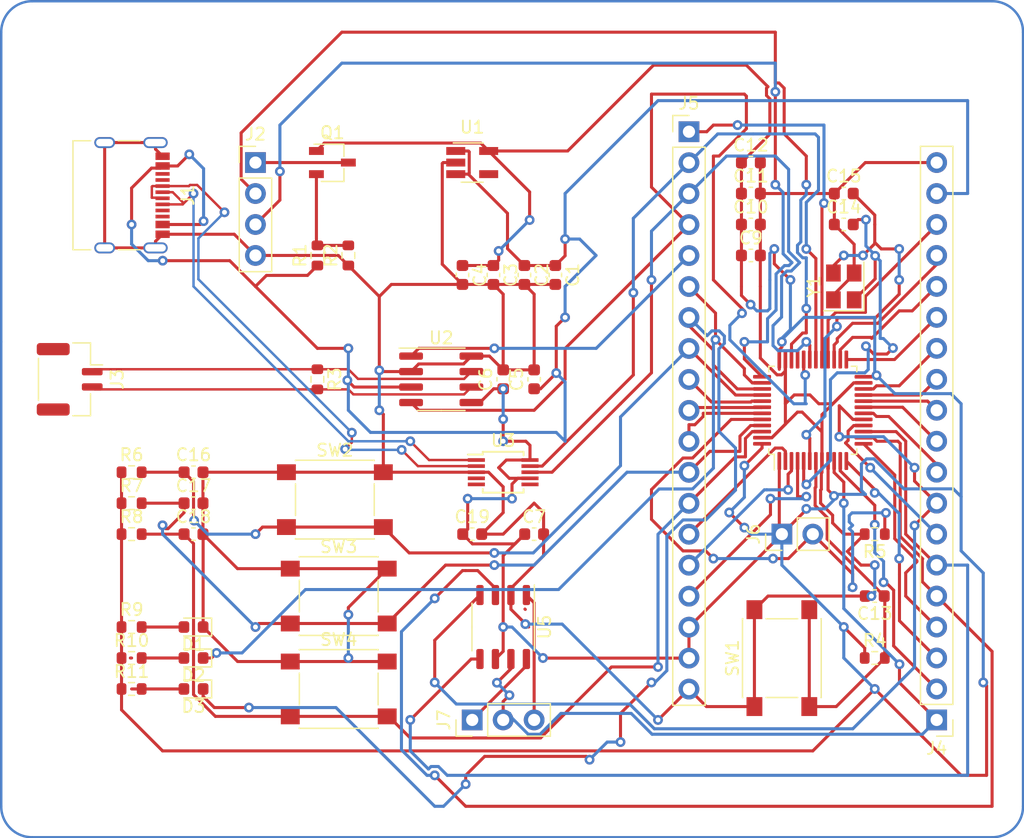
<source format=kicad_pcb>
(kicad_pcb (version 20211014) (generator pcbnew)
  (layers (0 "F.Cu" signal) (31 "B.Cu" signal) (34 "B.Paste" user) (35 "F.Paste" user) (36 "B.SilkS" user "B.Silkscreen") (37 "F.SilkS" user "F.Silkscreen") (38 "B.Mask" user) (39 "F.Mask" user) (44 "Edge.Cuts" user))
  (net 0 "")
  (net 1 "VBUS")
  (net 2 "GND")
  (net 3 "+3V3")
  (net 4 "/STM32_MiniumSystem/NRST")
  (net 5 "/STM32_MiniumSystem/OSC_IN")
  (net 6 "/STM32_MiniumSystem/OSC_OUT")
  (net 7 "/STM32_MiniumSystem/PB4")
  (net 8 "/STM32_MiniumSystem/PB8")
  (net 9 "/STM32_MiniumSystem/PB9")
  (net 10 "Net-(D1-Pad2)")
  (net 11 "/KEY&LED/GREEN")
  (net 12 "Net-(D2-Pad2)")
  (net 13 "/KEY&LED/BLUE")
  (net 14 "Net-(D3-Pad2)")
  (net 16 "/PORT&POWER/D+")
  (net 17 "/PORT&POWER/D-")
  (net 21 "/PORT&POWER/3V3_Debug")
  (net 22 "/STM32_MiniumSystem/PA13")
  (net 23 "/STM32_MiniumSystem/PA14")
  (net 24 "/PORT&POWER/CAN+")
  (net 25 "/PORT&POWER/CAN-")
  (net 26 "/STM32_MiniumSystem/PA0")
  (net 27 "/STM32_MiniumSystem/PA1")
  (net 28 "/STM32_MiniumSystem/PA2")
  (net 29 "/STM32_MiniumSystem/PA3")
  (net 30 "/STM32_MiniumSystem/PA4")
  (net 31 "/STM32_MiniumSystem/PA5")
  (net 32 "/STM32_MiniumSystem/PA6")
  (net 33 "/STM32_MiniumSystem/PA7")
  (net 34 "/STM32_MiniumSystem/PB0")
  (net 35 "/STM32_MiniumSystem/PB1")
  (net 36 "/STM32_MiniumSystem/PB2")
  (net 37 "/STM32_MiniumSystem/PB10")
  (net 38 "/STM32_MiniumSystem/PB11")
  (net 39 "/STM32_MiniumSystem/PB12")
  (net 40 "/STM32_MiniumSystem/PB13")
  (net 41 "/STM32_MiniumSystem/PB14")
  (net 42 "/STM32_MiniumSystem/PB15")
  (net 43 "/STM32_MiniumSystem/PA8")
  (net 44 "/STM32_MiniumSystem/PA9")
  (net 45 "/STM32_MiniumSystem/PA10")
  (net 46 "/STM32_MiniumSystem/PA11")
  (net 47 "/STM32_MiniumSystem/PA12")
  (net 48 "/STM32_MiniumSystem/PB5")
  (net 49 "/STM32_MiniumSystem/PB6")
  (net 50 "/STM32_MiniumSystem/PB7")
  (net 51 "/STM32_MiniumSystem/PC13")
  (net 52 "/STM32_MiniumSystem/PC14")
  (net 53 "/STM32_MiniumSystem/PC15")
  (net 54 "/STM32_MiniumSystem/BOOT0")
  (net 55 "Net-(J7-Pad1)")
  (net 56 "Net-(J7-Pad3)")
  (net 57 "Net-(Q1-Pad2)")
  (footprint "LED_SMD:LED_0603_1608Metric" (layer "F.Cu") (at 97.79 110.49 180)
    (fp_text reference "D1")
    (fp_text value "LED")
  )
  (footprint "Resistor_SMD:R_0603_1608Metric" (layer "F.Cu") (at 153.67 102.87 180)
    (fp_text reference "R5")
    (fp_text value "10k" hide)
  )
  (footprint "Resistor_SMD:R_0603_1608Metric" (layer "F.Cu") (at 92.71 100.33)
    (fp_text reference "R7")
    (fp_text value "1K")
  )
  (footprint "Capacitor_SMD:C_0603_1608Metric" (layer "F.Cu") (at 119.85 81.61 -90)
    (fp_text reference "C4")
    (fp_text value "100n")
  )
  (footprint "Capacitor_SMD:C_0603_1608Metric" (layer "F.Cu") (at 125.73 102.87)
    (fp_text reference "C7")
    (fp_text value "100n" hide)
  )
  (footprint "Capacitor_SMD:C_0603_1608Metric" (layer "F.Cu") (at 143.51 72.39)
    (fp_text reference "C12")
    (fp_text value "100n")
  )
  (footprint "Connector_PinHeader_2.54mm:PinHeader_1x19_P2.54mm_Vertical" (layer "F.Cu") (at 138.43 69.86)
    (fp_text reference "J5")
    (fp_text value "Conn_01x19" hide)
  )
  (footprint "Resistor_SMD:R_0603_1608Metric" (layer "F.Cu") (at 92.71 113.03)
    (fp_text reference "R10")
    (fp_text value "1K")
  )
  (footprint "Button_Switch_SMD:SW_Push_1P1T_NO_6x6mm_H9.5mm" (layer "F.Cu") (at 146.05 113.04 90)
    (fp_text reference "SW1")
    (fp_text value "SW_Push" hide)
  )
  (footprint "Capacitor_SMD:C_0603_1608Metric" (layer "F.Cu") (at 151.13 74.93)
    (fp_text reference "C15")
    (fp_text value "18p")
  )
  (footprint "Capacitor_SMD:C_0603_1608Metric" (layer "F.Cu") (at 153.67 107.95 180)
    (fp_text reference "C13")
    (fp_text value "100n" hide)
  )
  (footprint "Connector_USB:USB_C_Receptacle_Palconn_UTC16-G" (layer "F.Cu") (at 92.74 75.07 -90)
    (fp_text reference "J1")
    (fp_text value "USB_C_Receptacle_USB2.0" hide)
  )
  (footprint "Button_Switch_SMD:SW_Push_1P1T_NO_6x6mm_H9.5mm" (layer "F.Cu") (at 109.385 100.04)
    (fp_text reference "SW2")
    (fp_text value "SW_Push" hide)
  )
  (footprint "Button_Switch_SMD:SW_Push_1P1T_NO_6x6mm_H9.5mm" (layer "F.Cu") (at 109.700714 107.95)
    (fp_text reference "SW3")
    (fp_text value "SW_Push" hide)
  )
  (footprint "Connector_PinHeader_2.54mm:PinHeader_1x03_P2.54mm_Vertical" (layer "F.Cu") (at 120.65 118.11 90)
    (fp_text reference "J7")
    (fp_text value "Conn_01x03" hide)
  )
  (footprint "Resistor_SMD:R_0603_1608Metric" (layer "F.Cu") (at 110.49 80.01 90)
    (fp_text reference "R2")
    (fp_text value "10k")
  )
  (footprint "Package_SO:SOP-8_3.9x4.9mm_P1.27mm" (layer "F.Cu") (at 123.19 110.49 -90)
    (fp_text reference "U5")
    (fp_text value "AD8400ARZ50" hide)
  )
  (footprint "Capacitor_SMD:C_0603_1608Metric" (layer "F.Cu") (at 143.51 77.47)
    (fp_text reference "C10")
    (fp_text value "100n")
  )
  (footprint "Connector_PinHeader_2.54mm:PinHeader_1x04_P2.54mm_Vertical" (layer "F.Cu") (at 102.87 72.39)
    (fp_text reference "J2")
    (fp_text value "Conn_01x04")
  )
  (footprint "LED_SMD:LED_0603_1608Metric" (layer "F.Cu") (at 97.79 113.03 180)
    (fp_text reference "D2")
    (fp_text value "LED")
  )
  (footprint "Resistor_SMD:R_0603_1608Metric" (layer "F.Cu") (at 92.71 115.57)
    (fp_text reference "R11")
    (fp_text value "1K")
  )
  (footprint "Capacitor_SMD:C_0603_1608Metric" (layer "F.Cu") (at 120.65 102.87)
    (fp_text reference "C19")
    (fp_text value "100n" hide)
  )
  (footprint "Resistor_SMD:R_0603_1608Metric" (layer "F.Cu") (at 107.95 90.17 -90)
    (fp_text reference "R3")
    (fp_text value "120")
  )
  (footprint "Capacitor_SMD:C_0603_1608Metric" (layer "F.Cu") (at 127.47 81.61 -90)
    (fp_text reference "C1")
    (fp_text value "10u")
  )
  (footprint "Capacitor_SMD:C_0603_1608Metric" (layer "F.Cu") (at 122.39 81.61 -90)
    (fp_text reference "C3")
    (fp_text value "10u")
  )
  (footprint "Capacitor_SMD:C_0603_1608Metric" (layer "F.Cu") (at 97.79 100.33)
    (fp_text reference "C17")
    (fp_text value "100n")
  )
  (footprint "Capacitor_SMD:C_0603_1608Metric" (layer "F.Cu") (at 151.13 77.47)
    (fp_text reference "C14")
    (fp_text value "18p")
  )
  (footprint "Capacitor_SMD:C_0603_1608Metric" (layer "F.Cu") (at 125.73 90.17 90)
    (fp_text reference "C5")
    (fp_text value "100n")
  )
  (footprint "Connector_PinHeader_2.54mm:PinHeader_1x19_P2.54mm_Vertical" (layer "F.Cu") (at 158.75 118.11 180)
    (fp_text reference "J4")
    (fp_text value "Conn_01x19")
  )
  (footprint "Crystal:Crystal_SMD_3225-4Pin_3.2x2.5mm" (layer "F.Cu") (at 151.13 82.55 90)
    (fp_text reference "Y1")
    (fp_text value "Crystal_GND24" hide)
  )
  (footprint "Capacitor_SMD:C_0603_1608Metric" (layer "F.Cu") (at 143.51 74.93)
    (fp_text reference "C11")
    (fp_text value "100n")
  )
  (footprint "Capacitor_SMD:C_0603_1608Metric" (layer "F.Cu") (at 143.51 80.01)
    (fp_text reference "C9")
    (fp_text value "100n")
  )
  (footprint "Resistor_SMD:R_0603_1608Metric" (layer "F.Cu") (at 107.95 80.01 90)
    (fp_text reference "R1")
    (fp_text value "1k")
  )
  (footprint "Package_TO_SOT_SMD:SOT-23-5_HandSoldering" (layer "F.Cu") (at 120.65 72.39)
    (fp_text reference "U1")
    (fp_text value "HX9193" hide)
  )
  (footprint "Connector_PinHeader_2.54mm:PinHeader_1x02_P2.54mm_Vertical" (layer "F.Cu") (at 146.05 102.87 90)
    (fp_text reference "J6")
    (fp_text value "Conn_01x02" hide)
  )
  (footprint "Package_QFP:LQFP-48_7x7mm_P0.5mm" (layer "F.Cu") (at 148.59 92.71 90)
    (fp_text reference "U4" hide)
    (fp_text value "STM32F103C8T6" hide)
  )
  (footprint "Capacitor_SMD:C_0603_1608Metric" (layer "F.Cu") (at 124.93 81.61 -90)
    (fp_text reference "C2")
    (fp_text value "100n")
  )
  (footprint "Capacitor_SMD:C_0603_1608Metric" (layer "F.Cu") (at 97.79 97.79)
    (fp_text reference "C16")
    (fp_text value "100n")
  )
  (footprint "Capacitor_SMD:C_0603_1608Metric" (layer "F.Cu") (at 123.19 90.17 90)
    (fp_text reference "C6")
    (fp_text value "100n")
  )
  (footprint "Package_SO:SOIC-8_3.9x4.9mm_P1.27mm" (layer "F.Cu") (at 118.11 90.17)
    (fp_text reference "U2")
    (fp_text value "TJA1051T-3" hide)
  )
  (footprint "Connector_JST:JST_GH_SM02B-GHS-TB_1x02-1MP_P1.25mm_Horizontal" (layer "F.Cu") (at 87.63 90.17 -90)
    (fp_text reference "J3")
    (fp_text value "Conn_01x02" hide)
  )
  (footprint "LED_SMD:LED_0603_1608Metric" (layer "F.Cu") (at 97.79 115.57 180)
    (fp_text reference "D3")
    (fp_text value "LED")
  )
  (footprint "Resistor_SMD:R_0603_1608Metric" (layer "F.Cu") (at 92.71 110.49)
    (fp_text reference "R9")
    (fp_text value "1K")
  )
  (footprint "Resistor_SMD:R_0603_1608Metric" (layer "F.Cu") (at 92.71 97.79)
    (fp_text reference "R6")
    (fp_text value "1K")
  )
  (footprint "Resistor_SMD:R_0603_1608Metric" (layer "F.Cu") (at 153.67 113.03)
    (fp_text reference "R4")
    (fp_text value "10k" hide)
  )
  (footprint "Package_TO_SOT_SMD:TSOT-23" (layer "F.Cu") (at 109.18 72.39)
    (fp_text reference "Q1")
    (fp_text value "Q_NMOS_SGD")
  )
  (footprint "Resistor_SMD:R_0603_1608Metric" (layer "F.Cu") (at 92.71 102.87)
    (fp_text reference "R8")
    (fp_text value "1K")
  )
  (footprint "Capacitor_SMD:C_0603_1608Metric" (layer "F.Cu") (at 97.79 102.87)
    (fp_text reference "C18")
    (fp_text value "100n")
  )
  (footprint "Button_Switch_SMD:SW_Push_1P1T_NO_6x6mm_H9.5mm" (layer "F.Cu") (at 109.700714 115.57)
    (fp_text reference "SW4")
    (fp_text value "SW_Push" hide)
  )
  (footprint "Package_SO:MSOP-10_3x3mm_P0.5mm" (layer "F.Cu") (at 123.19 97.79)
    (fp_text reference "U3")
    (fp_text value "CH340E" hide)
  )
  (gr_arc (start 84.555 127.735) (mid 82.758949 126.991051) (end 82.015 125.195) (layer "B.Cu") (width 0.2))
  (gr_arc (start 163.295 59.155) (mid 165.091051 59.898949) (end 165.835 61.695) (layer "B.Cu") (width 0.2))
  (gr_line (start 82.015 87.095) (end 82.015 125.195) (layer "B.Cu") (width 0.2))
  (gr_line (start 84.555 127.735) (end 163.295 127.735) (layer "B.Cu") (width 0.2))
  (gr_arc (start 165.835 125.195) (mid 165.091051 126.991051) (end 163.295 127.735) (layer "B.Cu") (width 0.2))
  (gr_line (start 82.015 61.695) (end 82.015 87.095) (layer "B.Cu") (width 0.2))
  (gr_line (start 165.835 125.195) (end 165.835 61.695) (layer "B.Cu") (width 0.2))
  (gr_line (start 84.555 59.155) (end 163.295 59.155) (layer "B.Cu") (width 0.2))
  (gr_arc (start 82.015 61.695) (mid 82.758949 59.898949) (end 84.555 59.155) (layer "B.Cu") (width 0.2))
  (segment (start 92.71 113.03) (end 92.61 113.03) (width 0.25) (layer "F.Cu") (net 0))
  (segment (start 120.33 73.34) (end 120.405 73.265) (width 0.25) (layer "F.Cu") (net 1))
  (segment (start 92.71 77.47) (end 92.71 74.48) (width 0.25) (layer "F.Cu") (net 1))
  (segment (start 128.27 80.035) (end 128.27 78.6645) (width 0.25) (layer "F.Cu") (net 1))
  (segment (start 127.47 80.835) (end 128.27 80.035) (width 0.25) (layer "F.Cu") (net 1))
  (segment (start 110.960756 90.805) (end 110.407878 90.252122) (width 0.25) (layer "F.Cu") (net 1))
  (segment (start 120.405 71.515) (end 120.33 71.44) (width 0.25) (layer "F.Cu") (net 1))
  (segment (start 123.545 79.45) (end 124.93 80.835) (width 0.25) (layer "F.Cu") (net 1))
  (segment (start 127.5455 85.8145) (end 128.27 85.09) (width 0.25) (layer "F.Cu") (net 1))
  (segment (start 103.773557 81.646443) (end 102.87 82.55) (width 0.25) (layer "F.Cu") (net 1))
  (segment (start 102.87 82.55) (end 107.95 87.63) (width 0.25) (layer "F.Cu") (net 1))
  (segment (start 94.345 72.845) (end 95.075 72.845) (width 0.25) (layer "F.Cu") (net 1))
  (segment (start 100.758715 80.438715) (end 95.260595 80.438715) (width 0.25) (layer "F.Cu") (net 1))
  (segment (start 95.075 72.845) (end 95.25 72.67) (width 0.25) (layer "F.Cu") (net 1))
  (segment (start 107.95 87.63) (end 110.49 87.63) (width 0.25) (layer "F.Cu") (net 1))
  (segment (start 98.341253 77.47) (end 98.615377 77.195876) (width 0.25) (layer "F.Cu") (net 1))
  (segment (start 107.95 80.835) (end 107.138557 81.646443) (width 0.25) (layer "F.Cu") (net 1))
  (segment (start 124.93 80.835) (end 127.47 80.835) (width 0.25) (layer "F.Cu") (net 1))
  (segment (start 92.71 74.48) (end 94.345 72.845) (width 0.25) (layer "F.Cu") (net 1))
  (segment (start 120.405 73.265) (end 120.405 71.515) (width 0.25) (layer "F.Cu") (net 1))
  (segment (start 119.3 73.34) (end 120.33 73.34) (width 0.25) (layer "F.Cu") (net 1))
  (segment (start 127.5455 89.6577) (end 127.5455 85.8145) (width 0.25) (layer "F.Cu") (net 1))
  (segment (start 102.87 82.55) (end 100.758715 80.438715) (width 0.25) (layer "F.Cu") (net 1))
  (segment (start 113.275 90.805) (end 110.960756 90.805) (width 0.25) (layer "F.Cu") (net 1))
  (segment (start 126.2582 90.945) (end 127.5455 89.6577) (width 0.25) (layer "F.Cu") (net 1))
  (segment (start 107.138557 81.646443) (end 103.773557 81.646443) (width 0.25) (layer "F.Cu") (net 1))
  (segment (start 95.25 72.67) (end 96.485402 72.67) (width 0.25) (layer "F.Cu") (net 1))
  (segment (start 120.33 73.34) (end 123.545 76.555) (width 0.25) (layer "F.Cu") (net 1))
  (segment (start 95.25 77.47) (end 98.341253 77.47) (width 0.25) (layer "F.Cu") (net 1))
  (segment (start 123.545 76.555) (end 123.545 79.45) (width 0.25) (layer "F.Cu") (net 1))
  (segment (start 96.485402 72.67) (end 97.440962 71.71444) (width 0.25) (layer "F.Cu") (net 1))
  (segment (start 120.33 71.44) (end 119.3 71.44) (width 0.25) (layer "F.Cu") (net 1))
  (segment (start 113.275 90.805) (end 115.635 90.805) (width 0.25) (layer "F.Cu") (net 1))
  (segment (start 125.73 90.945) (end 126.2582 90.945) (width 0.25) (layer "F.Cu") (net 1))
  (via (at 128.27 85.09) (size 0.8) (drill 0.4) (layers "F.Cu" "B.Cu") (net 1))
  (via (at 128.27 78.6645) (size 0.8) (drill 0.4) (layers "F.Cu" "B.Cu") (net 1))
  (via (at 110.407878 90.252122) (size 0.8) (drill 0.4) (layers "F.Cu" "B.Cu") (net 1))
  (via (at 110.49 87.63) (size 0.8) (drill 0.4) (layers "F.Cu" "B.Cu") (net 1))
  (via (at 127.5455 89.6577) (size 0.8) (drill 0.4) (layers "F.Cu" "B.Cu") (net 1))
  (via (at 95.260595 80.438715) (size 0.8) (drill 0.4) (layers "F.Cu" "B.Cu") (net 1))
  (via (at 92.71 77.47) (size 0.8) (drill 0.4) (layers "F.Cu" "B.Cu") (net 1))
  (via (at 98.615377 77.195876) (size 0.8) (drill 0.4) (layers "F.Cu" "B.Cu") (net 1))
  (via (at 97.440962 71.71444) (size 0.8) (drill 0.4) (layers "F.Cu" "B.Cu") (net 1))
  (segment (start 110.49 92.71) (end 110.49 90.334244) (width 0.25) (layer "B.Cu") (net 1))
  (segment (start 128.27 78.6645) (end 128.27 74.93) (width 0.25) (layer "B.Cu") (net 1))
  (segment (start 161.29 67.31) (end 161.29 74.93) (width 0.25) (layer "B.Cu") (net 1))
  (segment (start 95.260595 80.438715) (end 94.072699 80.438715) (width 0.25) (layer "B.Cu") (net 1))
  (segment (start 92.71 79.076016) (end 92.71 77.47) (width 0.25) (layer "B.Cu") (net 1))
  (segment (start 128.27 82.55) (end 130.81 80.01) (width 0.25) (layer "B.Cu") (net 1))
  (segment (start 112.305 94.525) (end 110.49 92.71) (width 0.25) (layer "B.Cu") (net 1))
  (segment (start 98.615377 77.195876) (end 98.615377 72.888855) (width 0.25) (layer "B.Cu") (net 1))
  (segment (start 135.89 67.31) (end 161.29 67.31) (width 0.25) (layer "B.Cu") (net 1))
  (segment (start 128.27 95.25) (end 127.545 94.525) (width 0.25) (layer "B.Cu") (net 1))
  (segment (start 128.27 74.93) (end 135.89 67.31) (width 0.25) (layer "B.Cu") (net 1))
  (segment (start 110.49 90.334244) (end 110.407878 90.252122) (width 0.25) (layer "B.Cu") (net 1))
  (segment (start 127.5455 89.6577) (end 128.27 90.3822) (width 0.25) (layer "B.Cu") (net 1))
  (segment (start 129.4645 78.6645) (end 128.27 78.6645) (width 0.25) (layer "B.Cu") (net 1))
  (segment (start 127.545 94.525) (end 112.305 94.525) (width 0.25) (layer "B.Cu") (net 1))
  (segment (start 94.072699 80.438715) (end 92.71 79.076016) (width 0.25) (layer "B.Cu") (net 1))
  (segment (start 130.81 80.01) (end 129.4645 78.6645) (width 0.25) (layer "B.Cu") (net 1))
  (segment (start 110.49 87.63) (end 110.49 90.17) (width 0.25) (layer "B.Cu") (net 1))
  (segment (start 98.615377 72.888855) (end 97.440962 71.71444) (width 0.25) (layer "B.Cu") (net 1))
  (segment (start 161.29 74.93) (end 158.75 74.93) (width 0.25) (layer "B.Cu") (net 1))
  (segment (start 128.27 85.09) (end 128.27 82.55) (width 0.25) (layer "B.Cu") (net 1))
  (segment (start 128.27 90.3822) (end 128.27 95.25) (width 0.25) (layer "B.Cu") (net 1))
  (segment (start 110.49 90.17) (end 110.407878 90.252122) (width 0.25) (layer "B.Cu") (net 1))
  (segment (start 121.99 97.79) (end 123.19 98.99) (width 0.25) (layer "F.Cu") (net 2))
  (segment (start 153.3955 107.95) (end 152.895 107.95) (width 0.25) (layer "F.Cu") (net 2))
  (segment (start 148.355305 91.45) (end 149.080305 92.175) (width 0.25) (layer "F.Cu") (net 2))
  (segment (start 149.34 96.8725) (end 149.34 93.069315) (width 0.25) (layer "F.Cu") (net 2))
  (segment (start 151.98 81.45) (end 151.98 81.55) (width 0.25) (layer "F.Cu") (net 2))
  (segment (start 113.03 83.375) (end 114.02 82.385) (width 0.25) (layer "F.Cu") (net 2))
  (segment (start 152.845 102.87) (end 151.423198 104.291802) (width 0.25) (layer "F.Cu") (net 2))
  (segment (start 138.43 115.58) (end 135.9 118.11) (width 0.25) (layer "F.Cu") (net 2))
  (segment (start 126.505 101.105) (end 126.505 102.87) (width 0.25) (layer "F.Cu") (net 2))
  (segment (start 113.675714 113.32) (end 110.78 113.32) (width 0.25) (layer "F.Cu") (net 2))
  (segment (start 149.34 93.069315) (end 151.949315 90.46) (width 0.25) (layer "F.Cu") (net 2))
  (segment (start 110.49 113.03) (end 110.78 113.32) (width 0.25) (layer "F.Cu") (net 2))
  (segment (start 149.29 97.857919) (end 149.34 97.807919) (width 0.25) (layer "F.Cu") (net 2))
  (segment (start 149.23 100.333604) (end 149.23 99.256396) (width 0.25) (layer "F.Cu") (net 2))
  (segment (start 150.355 74.93) (end 150.355 77.47) (width 0.25) (layer "F.Cu") (net 2))
  (segment (start 145.230685 94.96) (end 144.4275 94.96) (width 0.25) (layer "F.Cu") (net 2))
  (segment (start 127.635 82.55) (end 127.47 82.385) (width 0.25) (layer "F.Cu") (net 2))
  (segment (start 152.845 102.87) (end 151.13 102.87) (width 0.25) (layer "F.Cu") (net 2))
  (segment (start 113.1295 89.535) (end 115.635 89.535) (width 0.25) (layer "F.Cu") (net 2))
  (segment (start 94.67 79.39) (end 94.67 78.85) (width 0.25) (layer "F.Cu") (net 2))
  (segment (start 98.565 102.87) (end 98.5775 102.8825) (width 0.25) (layer "F.Cu") (net 2))
  (segment (start 149.29 99.196396) (end 149.29 97.857919) (width 0.25) (layer "F.Cu") (net 2))
  (segment (start 146.026396 89.800685) (end 145.653604 89.800685) (width 0.25) (layer "F.Cu") (net 2))
  (segment (start 135.9 118.11) (end 135.89 118.11) (width 0.25) (layer "F.Cu") (net 2))
  (segment (start 149.34 97.807919) (end 149.34 96.8725) (width 0.25) (layer "F.Cu") (net 2))
  (segment (start 150.234315 92.175) (end 151.949315 90.46) (width 0.25) (layer "F.Cu") (net 2))
  (segment (start 110.49 108.885714) (end 110.49 109.4755) (width 0.25) (layer "F.Cu") (net 2))
  (segment (start 113.03 89.4355) (end 113.03 83.375) (width 0.25) (layer "F.Cu") (net 2))
  (segment (start 146.34 92.175) (end 147.065 91.45) (width 0.25) (layer "F.Cu") (net 2))
  (segment (start 125.73 89.395) (end 123.19 89.395) (width 0.25) (layer "F.Cu") (net 2))
  (segment (start 113.03 83.375) (end 110.49 80.835) (width 0.25) (layer "F.Cu") (net 2))
  (segment (start 147.33 92.860685) (end 147.71538 92.860685) (width 0.25) (layer "F.Cu") (net 2))
  (segment (start 123.19 98.99) (end 123.19 101.105) (width 0.25) (layer "F.Cu") (net 2))
  (segment (start 123.825 107.865) (end 123.825 109.035) (width 0.25) (layer "F.Cu") (net 2))
  (segment (start 125.73 100.33) (end 126.505 101.105) (width 0.25) (layer "F.Cu") (net 2))
  (segment (start 145.653604 89.800685) (end 144.285 88.432081) (width 0.25) (layer "F.Cu") (net 2))
  (segment (start 150.355 77.47) (end 151.98 79.095) (width 0.25) (layer "F.Cu") (net 2))
  (segment (start 144.285 74.93) (end 144.285 77.47) (width 0.25) (layer "F.Cu") (net 2))
  (segment (start 146.34 89.487081) (end 146.026396 89.800685) (width 0.25) (layer "F.Cu") (net 2))
  (segment (start 90.5 79.39) (end 94.67 79.39) (width 0.25) (layer "F.Cu") (net 2))
  (segment (start 150.215 101.318604) (end 149.23 100.333604) (width 0.25) (layer "F.Cu") (net 2))
  (segment (start 150.355 74.93) (end 144.285 74.93) (width 0.25) (layer "F.Cu") (net 2))
  (segment (start 109.665 80.01) (end 110.49 80.835) (width 0.25) (layer "F.Cu") (net 2))
  (segment (start 152.895 107.95) (end 152.845 107.9) (width 0.25) (layer "F.Cu") (net 2))
  (segment (start 114.02 82.385) (end 119.85 82.385) (width 0.25) (layer "F.Cu") (net 2))
  (segment (start 115.635 89.535) (end 116.26 88.91) (width 0.25) (layer "F.Cu") (net 2))
  (segment (start 116.26 88.91) (end 119.94 88.91) (width 0.25) (layer "F.Cu") (net 2))
  (segment (start 124.93 82.385) (end 125.73 83.185) (width 0.25) (layer "F.Cu") (net 2))
  (segment (start 90.5 79.39) (end 90.5 70.75) (width 0.25) (layer "F.Cu") (net 2))
  (segment (start 94.67 78.85) (end 95.25 78.27) (width 0.25) (layer "F.Cu") (net 2))
  (segment (start 149.34 94.485305) (end 149.34 96.8725) (width 0.25) (layer "F.Cu") (net 2))
  (segment (start 143.8 109.065) (end 144.915 107.95) (width 0.25) (layer "F.Cu") (net 2))
  (segment (start 144.285 80.01) (end 144.285 82.55) (width 0.25) (layer "F.Cu") (net 2))
  (segment (start 113.36 97.79) (end 120.65 97.79) (width 0.25) (layer "F.Cu") (net 2))
  (segment (start 101.4075 113.32) (end 98.5775 110.49) (width 0.25) (layer "F.Cu") (net 2))
  (segment (start 122.39 82.385) (end 119.85 82.385) (width 0.25) (layer "F.Cu") (net 2))
  (segment (start 123.19 89.395) (end 123.19 83.185) (width 0.25) (layer "F.Cu") (net 2))
  (segment (start 146.34 88.5475) (end 146.34 92.175) (width 0.25) (layer "F.Cu") (net 2))
  (segment (start 143.8 117.015) (end 139.865 117.015) (width 0.25) (layer "F.Cu") (net 2))
  (segment (start 152.895 72.39) (end 158.75 72.39) (width 0.25) (layer "F.Cu") (net 2))
  (segment (start 105.725714 105.7) (end 113.675714 105.7) (width 0.25) (layer "F.Cu") (net 2))
  (segment (start 113.03 89.4355) (end 113.1295 89.535) (width 0.25) (layer "F.Cu") (net 2))
  (segment (start 144.285 88.432081) (end 144.285 82.55) (width 0.25) (layer "F.Cu") (net 2))
  (segment (start 102.87 80.01) (end 109.665 80.01) (width 0.25) (layer "F.Cu") (net 2))
  (segment (start 151.423198 104.291802) (end 152.541396 105.41) (width 0.25) (layer "F.Cu") (net 2))
  (segment (start 125.0055 109.0455) (end 124.975 109.015) (width 0.25) (layer "F.Cu") (net 2))
  (segment (start 98.565 100.33) (end 98.565 102.87) (width 0.25) (layer "F.Cu") (net 2))
  (segment (start 101.13 78.27) (end 102.87 80.01) (width 0.25) (layer "F.Cu") (net 2))
  (segment (start 139.865 117.015) (end 138.43 115.58) (width 0.25) (layer "F.Cu") (net 2))
  (segment (start 118.195 72.465) (end 118.195 80.73) (width 0.25) (layer "F.Cu") (net 2))
  (segment (start 123.825 107.865) (end 123.825 107.315) (width 0.25) (layer "F.Cu") (net 2))
  (segment (start 145.230685 94.96) (end 147.33 92.860685) (width 0.25) (layer "F.Cu") (net 2))
  (segment (start 118.27 72.39) (end 118.195 72.465) (width 0.25) (layer "F.Cu") (net 2))
  (segment (start 123.825 109.035) (end 125.28 110.49) (width 0.25) (layer "F.Cu") (net 2))
  (segment (start 144.285 72.39) (end 144.285 74.93) (width 0.25) (layer "F.Cu") (net 2))
  (segment (start 110.78 113.32) (end 105.725714 113.32) (width 0.25) (layer "F.Cu") (net 2))
  (segment (start 149.23 99.256396) (end 149.29 99.196396) (width 0.25) (layer "F.Cu") (net 2))
  (segment (start 151.13 102.87) (end 150.215 101.955) (width 0.25) (layer "F.Cu") (net 2))
  (segment (start 119.3 72.39) (end 118.27 72.39) (width 0.25) (layer "F.Cu") (net 2))
  (segment (start 101.395 105.7) (end 105.725714 105.7) (width 0.25) (layer "F.Cu") (net 2))
  (segment (start 122.06 88.265) (end 120.585 88.265) (width 0.25) (layer "F.Cu") (net 2))
  (segment (start 98.565 102.87) (end 101.395 105.7) (width 0.25) (layer "F.Cu") (net 2))
  (segment (start 118.195 80.73) (end 119.85 82.385) (width 0.25) (layer "F.Cu") (net 2))
  (segment (start 95.25 78.27) (end 101.13 78.27) (width 0.25) (layer "F.Cu") (net 2))
  (segment (start 123.19 83.185) (end 122.39 82.385) (width 0.25) (layer "F.Cu") (net 2))
  (segment (start 150.28 83.25) (end 150.28 83.65) (width 0.25) (layer "F.Cu") (net 2))
  (segment (start 147.71538 92.860685) (end 149.34 94.485305) (width 0.25) (layer "F.Cu") (net 2))
  (segment (start 119.94 88.91) (end 120.585 88.265) (width 0.25) (layer "F.Cu") (net 2))
  (segment (start 113.36 97.79) (end 105.41 97.79) (width 0.25) (layer "F.Cu") (net 2))
  (segment (start 94.67 70.75) (end 94.67 71.29) (width 0.25) (layer "F.Cu") (net 2))
  (segment (start 98.565 97.79) (end 98.565 100.33) (width 0.25) (layer "F.Cu") (net 2))
  (segment (start 105.725714 113.32) (end 101.4075 113.32) (width 0.25) (layer "F.Cu") (net 2))
  (segment (start 146.34 88.5475) (end 146.34 93.850685) (width 0.25) (layer "F.Cu") (net 2))
  (segment (start 152.541396 105.41) (end 153.67 105.41) (width 0.25) (layer "F.Cu") (net 2))
  (segment (start 98.5775 102.8825) (end 98.5775 110.49) (width 0.25) (layer "F.Cu") (net 2))
  (segment (start 94.67 71.29) (end 95.25 71.87) (width 0.25) (layer "F.Cu") (net 2))
  (segment (start 146.34 88.5475) (end 146.34 89.487081) (width 0.25) (layer "F.Cu") (net 2))
  (segment (start 121.425 102.87) (end 123.19 102.87) (width 0.25) (layer "F.Cu") (net 2))
  (segment (start 113.36 93.04) (end 113.03 92.71) (width 0.25) (layer "F.Cu") (net 2))
  (segment (start 151.949315 90.46) (end 152.7525 90.46) (width 0.25) (layer "F.Cu") (net 2))
  (segment (start 143.8 109.065) (end 143.8 117.015) (width 0.25) (layer "F.Cu") (net 2))
  (segment (start 122.39 82.385) (end 124.93 82.385) (width 0.25) (layer "F.Cu") (net 2))
  (segment (start 150.355 74.93) (end 152.895 72.39) (width 0.25) (layer "F.Cu") (net 2))
  (segment (start 126.505 104.635) (end 126.505 102.87) (width 0.25) (layer "F.Cu") (net 2))
  (segment (start 113.675714 105.7) (end 110.49 108.885714) (width 0.25) (layer "F.Cu") (net 2))
  (segment (start 124.93 82.385) (end 127.47 82.385) (width 0.25) (layer "F.Cu") (net 2))
  (segment (start 151.98 79.095) (end 151.98 81.45) (width 0.25) (layer "F.Cu") (net 2))
  (segment (start 120.99 97.79) (end 121.99 97.79) (width 0.25) (layer "F.Cu") (net 2))
  (segment (start 146.34 93.850685) (end 145.230685 94.96) (width 0.25) (layer "F.Cu") (net 2))
  (segment (start 123.19 89.395) (end 122.06 88.265) (width 0.25) (layer "F.Cu") (net 2))
  (segment (start 123.19 101.105) (end 121.425 102.87) (width 0.25) (layer "F.Cu") (net 2))
  (segment (start 125.73 83.185) (end 125.73 89.395) (width 0.25) (layer "F.Cu") (net 2))
  (segment (start 123.19 102.87) (end 125.73 100.33) (width 0.25) (layer "F.Cu") (net 2))
  (segment (start 123.825 107.315) (end 126.505 104.635) (width 0.25) (layer "F.Cu") (net 2))
  (segment (start 144.915 107.95) (end 152.895 107.95) (width 0.25) (layer "F.Cu") (net 2))
  (segment (start 113.36 97.79) (end 113.36 93.04) (width 0.25) (layer "F.Cu") (net 2))
  (segment (start 150.215 101.955) (end 150.215 101.318604) (width 0.25) (layer "F.Cu") (net 2))
  (segment (start 149.080305 92.175) (end 150.234315 92.175) (width 0.25) (layer "F.Cu") (net 2))
  (segment (start 151.98 81.55) (end 150.28 83.25) (width 0.25) (layer "F.Cu") (net 2))
  (segment (start 144.285 77.47) (end 144.285 80.01) (width 0.25) (layer "F.Cu") (net 2))
  (segment (start 98.565 97.79) (end 105.41 97.79) (width 0.25) (layer "F.Cu") (net 2))
  (segment (start 90.5 70.75) (end 94.67 70.75) (width 0.25) (layer "F.Cu") (net 2))
  (segment (start 147.065 91.45) (end 148.355305 91.45) (width 0.25) (layer "F.Cu") (net 2))
  (via (at 110.49 113.03) (size 0.8) (drill 0.4) (layers "F.Cu" "B.Cu") (net 2))
  (via (at 153.3955 107.95) (size 0.8) (drill 0.4) (layers "F.Cu" "B.Cu") (net 2))
  (via (at 125.0055 110.25) (size 0.8) (drill 0.4) (layers "F.Cu" "B.Cu") (net 2))
  (via (at 135.89 118.11) (size 0.8) (drill 0.4) (layers "F.Cu" "B.Cu") (net 2))
  (via (at 110.49 109.4755) (size 0.8) (drill 0.4) (layers "F.Cu" "B.Cu") (net 2))
  (via (at 113.03 89.4355) (size 0.8) (drill 0.4) (layers "F.Cu" "B.Cu") (net 2))
  (via (at 153.67 105.41) (size 0.8) (drill 0.4) (layers "F.Cu" "B.Cu") (net 2))
  (via (at 113.03 92.71) (size 0.8) (drill 0.4) (layers "F.Cu" "B.Cu") (net 2))
  (segment (start 110.49 109.4755) (end 110.49 113.03) (width 0.25) (layer "B.Cu") (net 2))
  (segment (start 153.67 105.41) (end 153.67 107.6755) (width 0.25) (layer "B.Cu") (net 2))
  (segment (start 135.89 118.11) (end 128.03 110.25) (width 0.25) (layer "B.Cu") (net 2))
  (segment (start 128.03 110.25) (end 125.0055 110.25) (width 0.25) (layer "B.Cu") (net 2))
  (segment (start 113.03 92.71) (end 113.03 89.4355) (width 0.25) (layer "B.Cu") (net 2))
  (segment (start 153.67 107.6755) (end 153.3955 107.95) (width 0.25) (layer "B.Cu") (net 2))
  (segment (start 142.735 83.2904) (end 143.4873 84.0427) (width 0.25) (layer "F.Cu") (net 3))
  (segment (start 145.830219 88.537719) (end 145.84 88.5475) (width 0.25) (layer "F.Cu") (net 3))
  (segment (start 145.84 88.5475) (end 145.84 89.350685) (width 0.25) (layer "F.Cu") (net 3))
  (segment (start 91.885 110.49) (end 91.885 102.87) (width 0.25) (layer "F.Cu") (net 3))
  (segment (start 120.675 103.67) (end 124.155 103.67) (width 0.25) (layer "F.Cu") (net 3))
  (segment (start 145.84 102.66) (end 146.05 102.87) (width 0.25) (layer "F.Cu") (net 3))
  (segment (start 123.19 95.25) (end 123.19 93.4345) (width 0.25) (layer "F.Cu") (net 3))
  (segment (start 148.59 120.65) (end 153.67 115.57) (width 0.25) (layer "F.Cu") (net 3))
  (segment (start 122 71.44) (end 128.48 71.44) (width 0.25) (layer "F.Cu") (net 3))
  (segment (start 122.82 80.405) (end 122.39 80.835) (width 0.25) (layer "F.Cu") (net 3))
  (segment (start 108.52 70.79) (end 121.35 70.79) (width 0.25) (layer "F.Cu") (net 3))
  (segment (start 151.13 110.49) (end 152.845 112.205) (width 0.25) (layer "F.Cu") (net 3))
  (segment (start 125.39 98.29) (end 124.39 98.29) (width 0.25) (layer "F.Cu") (net 3))
  (segment (start 149.84 99.250305) (end 150.325958 99.736263) (width 0.25) (layer "F.Cu") (net 3))
  (segment (start 142.735 82.55) (end 142.735 83.2904) (width 0.25) (layer "F.Cu") (net 3))
  (segment (start 125.05 95.25) (end 123.19 95.25) (width 0.25) (layer "F.Cu") (net 3))
  (segment (start 152.845 112.205) (end 152.845 113.03) (width 0.25) (layer "F.Cu") (net 3))
  (segment (start 162.845 115.3095) (end 162.5705 115.035) (width 0.25) (layer "F.Cu") (net 3))
  (segment (start 146.05 102.88) (end 138.43 110.5) (width 0.25) (layer "F.Cu") (net 3))
  (segment (start 138.43 113.04) (end 138.43 110.5) (width 0.25) (layer "F.Cu") (net 3))
  (segment (start 128.48 71.44) (end 135.52 64.4) (width 0.25) (layer "F.Cu") (net 3))
  (segment (start 153.699377 89.96) (end 153.816421 89.842956) (width 0.25) (layer "F.Cu") (net 3))
  (segment (start 142.735 72.39) (end 142.735 74.93) (width 0.25) (layer "F.Cu") (net 3))
  (segment (start 145.431 79.475) (end 145.431 80.6942) (width 0.25) (layer "F.Cu") (net 3))
  (segment (start 123.19 104.635) (end 124.955 102.87) (width 0.25) (layer "F.Cu") (net 3))
  (segment (start 122 71.44) (end 125.36 74.8) (width 0.25) (layer "F.Cu") (net 3))
  (segment (start 145.065 70.06) (end 142.735 72.39) (width 0.25) (layer "F.Cu") (net 3))
  (segment (start 124.39 98.29) (end 123.9145 98.7655) (width 0.25) (layer "F.Cu") (net 3))
  (segment (start 146.05 87.095) (end 146.05 87.534315) (width 0.25) (layer "F.Cu") (net 3))
  (segment (start 121.35 70.79) (end 122 71.44) (width 0.25) (layer "F.Cu") (net 3))
  (segment (start 122.82 79.64) (end 122.82 80.405) (width 0.25) (layer "F.Cu") (net 3))
  (segment (start 143.14 64.4) (end 144.907598 66.167598) (width 0.25) (layer "F.Cu") (net 3))
  (segment (start 91.885 115.57) (end 91.885 113.03) (width 0.25) (layer "F.Cu") (net 3))
  (segment (start 145.84 96.8725) (end 145.84 102.66) (width 0.25) (layer "F.Cu") (net 3))
  (segment (start 91.885 117.285) (end 95.25 120.65) (width 0.25) (layer "F.Cu") (net 3))
  (segment (start 153.67 115.57) (end 160.755 122.655) (width 0.25) (layer "F.Cu") (net 3))
  (segment (start 122.555 113.115) (end 123.19 112.48) (width 0.25) (layer "F.Cu") (net 3))
  (segment (start 135.52 64.4) (end 143.14 64.4) (width 0.25) (layer "F.Cu") (net 3))
  (segment (start 146.05 102.87) (end 148.055 100.865) (width 0.25) (layer "F.Cu") (net 3))
  (segment (start 120.28 99.96) (end 120.28 102.465) (width 0.25) (layer "F.Cu") (net 3))
  (segment (start 124.155 103.67) (end 124.955 102.87) (width 0.25) (layer "F.Cu") (net 3))
  (segment (start 145.84 87.744315) (end 145.84 88.5475) (width 0.25) (layer "F.Cu") (net 3))
  (segment (start 152.7525 89.96) (end 153.699377 89.96) (width 0.25) (layer "F.Cu") (net 3))
  (segment (start 123.69 98.29) (end 125.39 98.29) (width 0.25) (layer "F.Cu") (net 3))
  (segment (start 149.84 96.8725) (end 149.84 99.250305) (width 0.25) (layer "F.Cu") (net 3))
  (segment (start 122.82 97.42) (end 123.69 98.29) (width 0.25) (layer "F.Cu") (net 3))
  (segment (start 91.885 113.03) (end 91.885 110.49) (width 0.25) (layer "F.Cu") (net 3))
  (segment (start 162.845 122.655) (end 162.845 115.3095) (width 0.25) (layer "F.Cu") (net 3))
  (segment (start 123.9145 98.7655) (end 123.9145 99.96) (width 0.25) (layer "F.Cu") (net 3))
  (segment (start 144.907598 66.167598) (end 144.79 66.285195) (width 0.25) (layer "F.Cu") (net 3))
  (segment (start 91.885 102.87) (end 91.885 100.33) (width 0.25) (layer "F.Cu") (net 3))
  (segment (start 123.45 96.79) (end 122.82 97.42) (width 0.25) (layer "F.Cu") (net 3))
  (segment (start 125.39 96.79) (end 125.39 95.59) (width 0.25) (layer "F.Cu") (net 3))
  (segment (start 123.19 110.49) (end 123.19 104.635) (width 0.25) (layer "F.Cu") (net 3))
  (segment (start 142.735 80.01) (end 142.735 82.55) (width 0.25) (layer "F.Cu") (net 3))
  (segment (start 126.4645 113.04) (end 126.4545 113.03) (width 0.25) (layer "F.Cu") (net 3))
  (segment (start 160.755 122.655) (end 162.845 122.655) (width 0.25) (layer "F.Cu") (net 3))
  (segment (start 145.431 80.6942) (end 146.7518 82.015) (width 0.25) (layer "F.Cu") (net 3))
  (segment (start 146.05 87.534315) (end 145.84 87.744315) (width 0.25) (layer "F.Cu") (net 3))
  (segment (start 122.39 80.835) (end 119.85 80.835) (width 0.25) (layer "F.Cu") (net 3))
  (segment (start 144.79 66.885805) (end 145.065 67.160805) (width 0.25) (layer "F.Cu") (net 3))
  (segment (start 125.39 96.79) (end 123.45 96.79) (width 0.25) (layer "F.Cu") (net 3))
  (segment (start 141.7327 101.0927) (end 142.975 102.335) (width 0.25) (layer "F.Cu") (net 3))
  (segment (start 91.885 115.57) (end 91.885 117.285) (width 0.25) (layer "F.Cu") (net 3))
  (segment (start 146.05 102.87) (end 146.05 102.88) (width 0.25) (layer "F.Cu") (net 3))
  (segment (start 120.585 92.0505) (end 120.65 91.9855) (width 0.25) (layer "F.Cu") (net 3))
  (segment (start 144.4275 95.46) (end 144.4275 95.8025) (width 0.25) (layer "F.Cu") (net 3))
  (segment (start 144.4275 95.8025) (end 142.975 97.255) (width 0.25) (layer "F.Cu") (net 3))
  (segment (start 120.585 92.075) (end 120.585 92.0505) (width 0.25) (layer "F.Cu") (net 3))
  (segment (start 142.735 74.93) (end 142.735 77.47) (width 0.25) (layer "F.Cu") (net 3))
  (segment (start 121.285 92.075) (end 122.415 90.945) (width 0.25) (layer "F.Cu") (net 3))
  (segment (start 145.065 67.160805) (end 145.065 70.06) (width 0.25) (layer "F.Cu") (net 3))
  (segment (start 120.585 92.075) (end 121.285 92.075) (width 0.25) (layer "F.Cu") (net 3))
  (segment (start 120.28 102.465) (end 119.875 102.87) (width 0.25) (layer "F.Cu") (net 3))
  (segment (start 119.875 102.87) (end 120.675 103.67) (width 0.25) (layer "F.Cu") (net 3))
  (segment (start 122.415 90.945) (end 123.19 90.945) (width 0.25) (layer "F.Cu") (net 3))
  (segment (start 138.43 113.04) (end 126.4645 113.04) (width 0.25) (layer "F.Cu") (net 3))
  (segment (start 125.36 74.8) (end 125.36 77.1) (width 0.25) (layer "F.Cu") (net 3))
  (segment (start 123.19 112.48) (end 123.19 110.49) (width 0.25) (layer "F.Cu") (net 3))
  (segment (start 107.87 71.44) (end 108.52 70.79) (width 0.25) (layer "F.Cu") (net 3))
  (segment (start 148.055 100.865) (end 148.055 100.794503) (width 0.25) (layer "F.Cu") (net 3))
  (segment (start 91.885 100.33) (end 91.885 97.79) (width 0.25) (layer "F.Cu") (net 3))
  (segment (start 95.25 120.65) (end 148.59 120.65) (width 0.25) (layer "F.Cu") (net 3))
  (segment (start 144.79 66.285195) (end 144.79 66.885805) (width 0.25) (layer "F.Cu") (net 3))
  (segment (start 142.735 77.47) (end 142.735 80.01) (width 0.25) (layer "F.Cu") (net 3))
  (segment (start 125.39 95.59) (end 125.05 95.25) (width 0.25) (layer "F.Cu") (net 3))
  (segment (start 142.975 97.255) (end 142.975 97.698604) (width 0.25) (layer "F.Cu") (net 3))
  (via (at 123.19 93.4345) (size 0.8) (drill 0.4) (layers "F.Cu" "B.Cu") (net 3))
  (via (at 153.67 115.57) (size 0.8) (drill 0.4) (layers "F.Cu" "B.Cu") (net 3))
  (via (at 148.055 100.794503) (size 0.8) (drill 0.4) (layers "F.Cu" "B.Cu") (net 3))
  (via (at 145.431 79.475) (size 0.8) (drill 0.4) (layers "F.Cu" "B.Cu") (net 3))
  (via (at 143.4873 84.0427) (size 0.8) (drill 0.4) (layers "F.Cu" "B.Cu") (net 3))
  (via (at 123.19 90.945) (size 0.8) (drill 0.4) (layers "F.Cu" "B.Cu") (net 3))
  (via (at 122.82 79.64) (size 0.8) (drill 0.4) (layers "F.Cu" "B.Cu") (net 3))
  (via (at 126.4545 113.03) (size 0.8) (drill 0.4) (layers "F.Cu" "B.Cu") (net 3))
  (via (at 141.7327 101.0927) (size 0.8) (drill 0.4) (layers "F.Cu" "B.Cu") (net 3))
  (via (at 142.975 102.335) (size 0.8) (drill 0.4) (layers "F.Cu" "B.Cu") (net 3))
  (via (at 146.05 87.095) (size 0.8) (drill 0.4) (layers "F.Cu" "B.Cu") (net 3))
  (via (at 120.28 99.96) (size 0.8) (drill 0.4) (layers "F.Cu" "B.Cu") (net 3))
  (via (at 125.36 77.1) (size 0.8) (drill 0.4) (layers "F.Cu" "B.Cu") (net 3))
  (via (at 162.5705 115.035) (size 0.8) (drill 0.4) (layers "F.Cu" "B.Cu") (net 3))
  (via (at 142.975 97.255) (size 0.8) (drill 0.4) (layers "F.Cu" "B.Cu") (net 3))
  (via (at 151.13 110.49) (size 0.8) (drill 0.4) (layers "F.Cu" "B.Cu") (net 3))
  (via (at 123.19 110.49) (size 0.8) (drill 0.4) (layers "F.Cu" "B.Cu") (net 3))
  (via (at 146.7518 82.015) (size 0.8) (drill 0.4) (layers "F.Cu" "B.Cu") (net 3))
  (via (at 123.9145 99.96) (size 0.8) (drill 0.4) (layers "F.Cu" "B.Cu") (net 3))
  (via (at 153.816421 89.842956) (size 0.8) (drill 0.4) (layers "F.Cu" "B.Cu") (net 3))
  (via (at 123.19 95.25) (size 0.8) (drill 0.4) (layers "F.Cu" "B.Cu") (net 3))
  (via (at 150.325958 99.736263) (size 0.8) (drill 0.4) (layers "F.Cu" "B.Cu") (net 3))
  (segment (start 156.060305 99.155) (end 160.115 99.155) (width 0.25) (layer "B.Cu") (net 3))
  (segment (start 146.05 87.095) (end 146.05 86.795195) (width 0.25) (layer "B.Cu") (net 3))
  (segment (start 123.9145 99.96) (end 120.28 99.96) (width 0.25) (layer "B.Cu") (net 3))
  (segment (start 152.575 97.119695) (end 152.999695 96.695) (width 0.25) (layer "B.Cu") (net 3))
  (segment (start 162.5705 106.054104) (end 162.5705 115.035) (width 0.25) (layer "B.Cu") (net 3))
  (segment (start 144.877899 84.555) (end 145.065 84.367899) (width 0.25) (layer "B.Cu") (net 3))
  (segment (start 145.065 79.841) (end 145.431 79.475) (width 0.25) (layer "B.Cu") (net 3))
  (segment (start 143.9996 84.555) (end 144.877899 84.555) (width 0.25) (layer "B.Cu") (net 3))
  (segment (start 159.925 91.345) (end 160.755 92.175) (width 0.25) (layer "B.Cu") (net 3))
  (segment (start 126.4545 113.03) (end 123.9145 110.49) (width 0.25) (layer "B.Cu") (net 3))
  (segment (start 152.905049 99.605) (end 152.575 99.274951) (width 0.25) (layer "B.Cu") (net 3))
  (segment (start 148.055 100.794503) (end 149.595497 100.794503) (width 0.25) (layer "B.Cu") (net 3))
  (segment (start 150.325958 99.736263) (end 150.457221 99.605) (width 0.25) (layer "B.Cu") (net 3))
  (segment (start 149.595497 100.794503) (end 150.595 99.795) (width 0.25) (layer "B.Cu") (net 3))
  (segment (start 153.67 115.57) (end 151.13 113.03) (width 0.25) (layer "B.Cu") (net 3))
  (segment (start 151.13 113.03) (end 151.13 110.49) (width 0.25) (layer "B.Cu") (net 3))
  (segment (start 123.19 93.4345) (end 123.19 90.945) (width 0.25) (layer "B.Cu") (net 3))
  (segment (start 125.36 77.1) (end 122.82 79.64) (width 0.25) (layer "B.Cu") (net 3))
  (segment (start 155.318465 91.345) (end 159.925 91.345) (width 0.25) (layer "B.Cu") (net 3))
  (segment (start 160.755 99.795) (end 160.755 104.238604) (width 0.25) (layer "B.Cu") (net 3))
  (segment (start 153.67 89.696535) (end 153.816421 89.842956) (width 0.25) (layer "B.Cu") (net 3))
  (segment (start 145.065 84.367899) (end 145.065 82.015) (width 0.25) (layer "B.Cu") (net 3))
  (segment (start 153.816421 89.842956) (end 155.318465 91.345) (width 0.25) (layer "B.Cu") (net 3))
  (segment (start 152.575 99.274951) (end 152.575 97.119695) (width 0.25) (layer "B.Cu") (net 3))
  (segment (start 146.05 86.908604) (end 147.868604 85.09) (width 0.25) (layer "B.Cu") (net 3))
  (segment (start 142.975 102.335) (end 143.51 102.87) (width 0.25) (layer "B.Cu") (net 3))
  (segment (start 153.600305 96.695) (end 156.060305 99.155) (width 0.25) (layer "B.Cu") (net 3))
  (segment (start 147.868604 85.09) (end 153.67 85.09) (width 0.25) (layer "B.Cu") (net 3))
  (segment (start 160.755 92.175) (end 160.755 99.795) (width 0.25) (layer "B.Cu") (net 3))
  (segment (start 160.755 104.238604) (end 162.5705 106.054104) (width 0.25) (layer "B.Cu") (net 3))
  (segment (start 142.975 97.255) (end 142.975 99.8504) (width 0.25) (layer "B.Cu") (net 3))
  (segment (start 146.7518 86.093395) (end 146.7518 82.015) (width 0.25) (layer "B.Cu") (net 3))
  (segment (start 143.51 102.87) (end 146.05 102.87) (width 0.25) (layer "B.Cu") (net 3))
  (segment (start 146.05 87.095) (end 146.05 86.908604) (width 0.25) (layer "B.Cu") (net 3))
  (segment (start 143.4873 84.0427) (end 143.9996 84.555) (width 0.25) (layer "B.Cu") (net 3))
  (segment (start 146.05 105.41) (end 151.13 110.49) (width 0.25) (layer "B.Cu") (net 3))
  (segment (start 142.975 99.8504) (end 141.7327 101.0927) (width 0.25) (layer "B.Cu") (net 3))
  (segment (start 152.999695 96.695) (end 153.600305 96.695) (width 0.25) (layer "B.Cu") (net 3))
  (segment (start 146.05 86.795195) (end 146.7518 86.093395) (width 0.25) (layer "B.Cu") (net 3))
  (segment (start 160.115 99.155) (end 160.755 99.795) (width 0.25) (layer "B.Cu") (net 3))
  (segment (start 153.67 85.09) (end 153.67 89.696535) (width 0.25) (layer "B.Cu") (net 3))
  (segment (start 150.457221 99.605) (end 152.905049 99.605) (width 0.25) (layer "B.Cu") (net 3))
  (segment (start 145.065 82.015) (end 145.065 79.841) (width 0.25) (layer "B.Cu") (net 3))
  (segment (start 146.05 102.87) (end 146.05 105.41) (width 0.25) (layer "B.Cu") (net 3))
  (segment (start 123.9145 110.49) (end 123.19 110.49) (width 0.25) (layer "B.Cu") (net 3))
  (segment (start 148.78 100.52) (end 148.78 99.07) (width 0.25) (layer "F.Cu") (net 4))
  (segment (start 148.78 99.07) (end 148.84 99.01) (width 0.25) (layer "F.Cu") (net 4))
  (segment (start 154.445 107.95) (end 149.765 103.27) (width 0.25) (layer "F.Cu") (net 4))
  (segment (start 150.51 117.015) (end 154.495 113.03) (width 0.25) (layer "F.Cu") (net 4))
  (segment (start 154.495 108) (end 154.495 113.03) (width 0.25) (layer "F.Cu") (net 4))
  (segment (start 149.765 101.505) (end 148.78 100.52) (width 0.25) (layer "F.Cu") (net 4))
  (segment (start 148.84 99.01) (end 148.84 96.8725) (width 0.25) (layer "F.Cu") (net 4))
  (segment (start 154.445 107.95) (end 154.495 108) (width 0.25) (layer "F.Cu") (net 4))
  (segment (start 149.765 103.27) (end 149.765 101.505) (width 0.25) (layer "F.Cu") (net 4))
  (segment (start 148.3 117.015) (end 150.51 117.015) (width 0.25) (layer "F.Cu") (net 4))
  (segment (start 148.3 117.015) (end 148.3 109.065) (width 0.25) (layer "F.Cu") (net 4))
  (segment (start 152.304964 77.070036) (end 151.905 77.47) (width 0.25) (layer "F.Cu") (net 5))
  (segment (start 154.6725 88.0975) (end 155.1627 87.6073) (width 0.25) (layer "F.Cu") (net 5))
  (segment (start 152.9455 87.455509) (end 153.587492 88.0975) (width 0.25) (layer "F.Cu") (net 5))
  (segment (start 147.84 96.8725) (end 147.84 98.570998) (width 0.25) (layer "F.Cu") (net 5))
  (segment (start 153.703562 81.926438) (end 153.703562 80.039668) (width 0.25) (layer "F.Cu") (net 5))
  (segment (start 151.98 83.65) (end 153.703562 81.926438) (width 0.25) (layer "F.Cu") (net 5))
  (segment (start 147.84 98.570998) (end 148.0645 98.795498) (width 0.25) (layer "F.Cu") (net 5))
  (segment (start 153.587492 88.0975) (end 154.6725 88.0975) (width 0.25) (layer "F.Cu") (net 5))
  (segment (start 152.9455 77.070036) (end 152.304964 77.070036) (width 0.25) (layer "F.Cu") (net 5))
  (via (at 153.703562 80.039668) (size 0.8) (drill 0.4) (layers "F.Cu" "B.Cu") (net 5))
  (via (at 148.0645 98.795498) (size 0.8) (drill 0.4) (layers "F.Cu" "B.Cu") (net 5))
  (via (at 152.9455 77.070036) (size 0.8) (drill 0.4) (layers "F.Cu" "B.Cu") (net 5))
  (via (at 152.9455 87.455509) (size 0.8) (drill 0.4) (layers "F.Cu" "B.Cu") (net 5))
  (via (at 155.1627 87.6073) (size 0.8) (drill 0.4) (layers "F.Cu" "B.Cu") (net 5))
  (segment (start 153.703562 80.039668) (end 153.703562 79.983757) (width 0.25) (layer "B.Cu") (net 5))
  (segment (start 152.9455 79.225695) (end 152.9455 77.070036) (width 0.25) (layer "B.Cu") (net 5))
  (segment (start 153.703562 80.039668) (end 154.12 80.456106) (width 0.25) (layer "B.Cu") (net 5))
  (segment (start 153.703562 79.983757) (end 152.9455 79.225695) (width 0.25) (layer "B.Cu") (net 5))
  (segment (start 152.866821 89.635) (end 153.135 89.366821) (width 0.25) (layer "B.Cu") (net 5))
  (segment (start 155.1627 87.6073) (end 154.3759 86.8205) (width 0.25) (layer "B.Cu") (net 5))
  (segment (start 154.12 80.456106) (end 154.12 86.8205) (width 0.25) (layer "B.Cu") (net 5))
  (segment (start 150.035 90.195) (end 150.595 89.635) (width 0.25) (layer "B.Cu") (net 5))
  (segment (start 154.3759 86.8205) (end 154.12 86.8205) (width 0.25) (layer "B.Cu") (net 5))
  (segment (start 150.035 96.824998) (end 150.035 90.195) (width 0.25) (layer "B.Cu") (net 5))
  (segment (start 150.595 89.635) (end 152.866821 89.635) (width 0.25) (layer "B.Cu") (net 5))
  (segment (start 153.135 89.366821) (end 153.135 87.363179) (width 0.25) (layer "B.Cu") (net 5))
  (segment (start 148.0645 98.795498) (end 150.035 96.824998) (width 0.25) (layer "B.Cu") (net 5))
  (segment (start 150.661396 85.125) (end 153.733604 85.125) (width 0.25) (layer "F.Cu") (net 6))
  (segment (start 151.13 80.01) (end 150.28 80.86) (width 0.25) (layer "F.Cu") (net 6))
  (segment (start 155.675 83.183604) (end 155.675 82.015) (width 0.25) (layer "F.Cu") (net 6))
  (segment (start 153.67 76.695) (end 153.67 77.47) (width 0.25) (layer "F.Cu") (net 6))
  (segment (start 148.34 96.8725) (end 148.34 95) (width 0.25) (layer "F.Cu") (net 6))
  (segment (start 150.5645 85.221896) (end 150.661396 85.125) (width 0.25) (layer "F.Cu") (net 6))
  (segment (start 150.5645 85.832357) (end 150.5645 85.221896) (width 0.25) (layer "F.Cu") (net 6))
  (segment (start 150.28 80.86) (end 150.28 81.45) (width 0.25) (layer "F.Cu") (net 6))
  (segment (start 153.67 77.47) (end 153.67 79.0445) (width 0.25) (layer "F.Cu") (net 6))
  (segment (start 153.733604 85.125) (end 155.675 83.183604) (width 0.25) (layer "F.Cu") (net 6))
  (segment (start 154.205 79.475) (end 153.67 78.94) (width 0.25) (layer "F.Cu") (net 6))
  (segment (start 148.34 95) (end 148.055 94.715) (width 0.25) (layer "F.Cu") (net 6))
  (segment (start 155.675 79.475) (end 154.205 79.475) (width 0.25) (layer "F.Cu") (net 6))
  (segment (start 153.67 79.0445) (end 152.7045 80.01) (width 0.25) (layer "F.Cu") (net 6))
  (segment (start 151.905 74.93) (end 153.67 76.695) (width 0.25) (layer "F.Cu") (net 6))
  (via (at 152.7045 80.01) (size 0.8) (drill 0.4) (layers "F.Cu" "B.Cu") (net 6))
  (via (at 155.675 82.015) (size 0.8) (drill 0.4) (layers "F.Cu" "B.Cu") (net 6))
  (via (at 155.675 79.475) (size 0.8) (drill 0.4) (layers "F.Cu" "B.Cu") (net 6))
  (via (at 150.5645 85.832357) (size 0.8) (drill 0.4) (layers "F.Cu" "B.Cu") (net 6))
  (via (at 151.13 80.01) (size 0.8) (drill 0.4) (layers "F.Cu" "B.Cu") (net 6))
  (via (at 148.055 94.715) (size 0.8) (drill 0.4) (layers "F.Cu" "B.Cu") (net 6))
  (segment (start 152.7045 80.01) (end 151.13 80.01) (width 0.25) (layer "B.Cu") (net 6))
  (segment (start 155.675 82.015) (end 155.675 79.475) (width 0.25) (layer "B.Cu") (net 6))
  (segment (start 149.585 86.811857) (end 150.5645 85.832357) (width 0.25) (layer "B.Cu") (net 6))
  (segment (start 148.055 94.715) (end 149.585 93.185) (width 0.25) (layer "B.Cu") (net 6))
  (segment (start 149.585 93.185) (end 149.585 86.811857) (width 0.25) (layer "B.Cu") (net 6))
  (segment (start 138.43 87.64) (end 140.59 89.8) (width 0.25) (layer "F.Cu") (net 7))
  (segment (start 140.59 89.8) (end 140.6 89.8) (width 0.25) (layer "F.Cu") (net 7))
  (segment (start 97.79 101.708873) (end 97.8405 101.759373) (width 0.25) (layer "F.Cu") (net 7))
  (segment (start 93.535 97.79) (end 97.015 97.79) (width 0.25) (layer "F.Cu") (net 7))
  (segment (start 113.36 102.29) (end 115.480498 104.410498) (width 0.25) (layer "F.Cu") (net 7))
  (segment (start 142.26 91.46) (end 140.6 89.8) (width 0.25) (layer "F.Cu") (net 7))
  (segment (start 97.015 97.79) (end 97.79 98.565) (width 0.25) (layer "F.Cu") (net 7))
  (segment (start 102.87 102.87) (end 103.45 102.29) (width 0.25) (layer "F.Cu") (net 7))
  (segment (start 115.480498 104.410498) (end 122.464811 104.410498) (width 0.25) (layer "F.Cu") (net 7))
  (segment (start 103.45 102.29) (end 105.41 102.29) (width 0.25) (layer "F.Cu") (net 7))
  (segment (start 144.4275 91.46) (end 142.26 91.46) (width 0.25) (layer "F.Cu") (net 7))
  (segment (start 105.41 102.29) (end 113.36 102.29) (width 0.25) (layer "F.Cu") (net 7))
  (segment (start 97.79 98.565) (end 97.79 101.708873) (width 0.25) (layer "F.Cu") (net 7))
  (via (at 102.87 102.87) (size 0.8) (drill 0.4) (layers "F.Cu" "B.Cu") (net 7))
  (via (at 122.464811 104.410498) (size 0.8) (drill 0.4) (layers "F.Cu" "B.Cu") (net 7))
  (via (at 97.8405 101.759373) (size 0.8) (drill 0.4) (layers "F.Cu" "B.Cu") (net 7))
  (segment (start 97.8405 101.759373) (end 98.951127 102.87) (width 0.25) (layer "B.Cu") (net 7))
  (segment (start 122.464811 104.410498) (end 125.659502 104.410498) (width 0.25) (layer "B.Cu") (net 7))
  (segment (start 98.951127 102.87) (end 102.87 102.87) (width 0.25) (layer "B.Cu") (net 7))
  (segment (start 132.815 93.255) (end 138.43 87.64) (width 0.25) (layer "B.Cu") (net 7))
  (segment (start 125.659502 104.410498) (end 132.815 97.255) (width 0.25) (layer "B.Cu") (net 7))
  (segment (start 132.815 97.255) (end 132.815 93.255) (width 0.25) (layer "B.Cu") (net 7))
  (segment (start 103.16 110.2) (end 105.725714 110.2) (width 0.25) (layer "F.Cu") (net 8))
  (segment (start 113.675714 110.2) (end 118.465714 105.41) (width 0.25) (layer "F.Cu") (net 8))
  (segment (start 118.465714 105.41) (end 122.74 105.41) (width 0.25) (layer "F.Cu") (net 8))
  (segment (start 95.7 102.42) (end 95.5245 102.42) (width 0.25) (layer "F.Cu") (net 8))
  (segment (start 95.5245 102.42) (end 95.25 102.1455) (width 0.25) (layer "F.Cu") (net 8))
  (segment (start 97.015 100.33) (end 97.015 101.105) (width 0.25) (layer "F.Cu") (net 8))
  (segment (start 140.15 96.08) (end 142.613604 96.08) (width 0.25) (layer "F.Cu") (net 8))
  (segment (start 122.74 105.41) (end 122.4655 105.41) (width 0.25) (layer "F.Cu") (net 8))
  (segment (start 97.015 101.105) (end 95.7 102.42) (width 0.25) (layer "F.Cu") (net 8))
  (segment (start 138.43 97.8) (end 140.15 96.08) (width 0.25) (layer "F.Cu") (net 8))
  (segment (start 102.87 110.49) (end 103.16 110.2) (width 0.25) (layer "F.Cu") (net 8))
  (segment (start 105.725714 110.2) (end 113.675714 110.2) (width 0.25) (layer "F.Cu") (net 8))
  (segment (start 143.487919 93.96) (end 144.4275 93.96) (width 0.25) (layer "F.Cu") (net 8))
  (segment (start 93.535 100.33) (end 97.015 100.33) (width 0.25) (layer "F.Cu") (net 8))
  (segment (start 142.613604 96.08) (end 142.613604 94.834315) (width 0.25) (layer "F.Cu") (net 8))
  (segment (start 142.613604 94.834315) (end 143.487919 93.96) (width 0.25) (layer "F.Cu") (net 8))
  (via (at 102.87 110.49) (size 0.8) (drill 0.4) (layers "F.Cu" "B.Cu") (net 8))
  (via (at 122.4655 105.41) (size 0.8) (drill 0.4) (layers "F.Cu" "B.Cu") (net 8))
  (via (at 95.25 102.1455) (size 0.8) (drill 0.4) (layers "F.Cu" "B.Cu") (net 8))
  (segment (start 95.25 102.1455) (end 95.25 102.87) (width 0.25) (layer "B.Cu") (net 8))
  (segment (start 133.35 97.79) (end 138.43 97.79) (width 0.25) (layer "B.Cu") (net 8))
  (segment (start 138.43 97.79) (end 138.43 97.8) (width 0.25) (layer "B.Cu") (net 8))
  (segment (start 95.25 102.87) (end 102.87 110.49) (width 0.25) (layer "B.Cu") (net 8))
  (segment (start 125.73 105.41) (end 133.35 97.79) (width 0.25) (layer "B.Cu") (net 8))
  (segment (start 122.4655 105.41) (end 125.73 105.41) (width 0.25) (layer "B.Cu") (net 8))
  (segment (start 138.43 100.34) (end 138.43 100.33) (width 0.25) (layer "F.Cu") (net 9))
  (segment (start 97.015 102.87) (end 97.79 103.645) (width 0.25) (layer "F.Cu") (net 9))
  (segment (start 142.24 96.53) (end 138.43 100.34) (width 0.25) (layer "F.Cu") (net 9))
  (segment (start 143.063604 96.53) (end 142.24 96.53) (width 0.25) (layer "F.Cu") (net 9))
  (segment (start 113.800714 117.82) (end 115.57 119.589286) (width 0.25) (layer "F.Cu") (net 9))
  (segment (start 126.255714 119.589286) (end 132.0805 113.7645) (width 0.25) (layer "F.Cu") (net 9))
  (segment (start 93.535 102.87) (end 97.015 102.87) (width 0.25) (layer "F.Cu") (net 9))
  (segment (start 99.583521 117.82) (end 105.725714 117.82) (width 0.25) (layer "F.Cu") (net 9))
  (segment (start 97.79 103.645) (end 97.79 116.026479) (width 0.25) (layer "F.Cu") (net 9))
  (segment (start 115.57 119.589286) (end 126.255714 119.589286) (width 0.25) (layer "F.Cu") (net 9))
  (segment (start 132.0805 113.7645) (end 135.89 113.7645) (width 0.25) (layer "F.Cu") (net 9))
  (segment (start 144.4275 94.46) (end 143.624315 94.46) (width 0.25) (layer "F.Cu") (net 9))
  (segment (start 113.675714 117.82) (end 113.800714 117.82) (width 0.25) (layer "F.Cu") (net 9))
  (segment (start 97.79 116.026479) (end 99.583521 117.82) (width 0.25) (layer "F.Cu") (net 9))
  (segment (start 143.063604 95.020711) (end 143.063604 96.53) (width 0.25) (layer "F.Cu") (net 9))
  (segment (start 105.725714 117.82) (end 113.675714 117.82) (width 0.25) (layer "F.Cu") (net 9))
  (segment (start 143.624315 94.46) (end 143.063604 95.020711) (width 0.25) (layer "F.Cu") (net 9))
  (via (at 135.89 113.7645) (size 0.8) (drill 0.4) (layers "F.Cu" "B.Cu") (net 9))
  (segment (start 135.89 113.7645) (end 135.89 102.88) (width 0.25) (layer "B.Cu") (net 9))
  (segment (start 135.89 102.88) (end 138.43 100.34) (width 0.25) (layer "B.Cu") (net 9))
  (segment (start 93.535 110.49) (end 97.0025 110.49) (width 0.25) (layer "F.Cu") (net 10))
  (segment (start 140.609456 84.739456) (end 138.43 82.56) (width 0.25) (layer "F.Cu") (net 11))
  (segment (start 140.609456 86.920543) (end 140.609456 84.739456) (width 0.25) (layer "F.Cu") (net 11))
  (segment (start 142.975 89.286087) (end 142.975 89.810685) (width 0.25) (layer "F.Cu") (net 11))
  (segment (start 98.5775 113.03) (end 99.26 113.03) (width 0.25) (layer "F.Cu") (net 11))
  (segment (start 142.975 89.810685) (end 143.624315 90.46) (width 0.25) (layer "F.Cu") (net 11))
  (segment (start 99.26 113.03) (end 99.676451 112.613549) (width 0.25) (layer "F.Cu") (net 11))
  (segment (start 143.624315 90.46) (end 144.4275 90.46) (width 0.25) (layer "F.Cu") (net 11))
  (segment (start 140.609456 86.920543) (end 142.975 89.286087) (width 0.25) (layer "F.Cu") (net 11))
  (via (at 140.609456 86.920543) (size 0.8) (drill 0.4) (layers "F.Cu" "B.Cu") (net 11))
  (via (at 99.676451 112.613549) (size 0.8) (drill 0.4) (layers "F.Cu" "B.Cu") (net 11))
  (segment (start 127.735 107.415) (end 135.355 99.795) (width 0.25) (layer "B.Cu") (net 11))
  (segment (start 101.771756 112.613549) (end 106.970305 107.415) (width 0.25) (layer "B.Cu") (net 11))
  (segment (start 99.676451 112.613549) (end 101.771756 112.613549) (width 0.25) (layer "B.Cu") (net 11))
  (segment (start 135.985 99.165) (end 138.726701 99.165) (width 0.25) (layer "B.Cu") (net 11))
  (segment (start 140.435 97.456701) (end 140.435 92.175) (width 0.25) (layer "B.Cu") (net 11))
  (segment (start 140.435 87.094999) (end 140.609456 86.920543) (width 0.25) (layer "B.Cu") (net 11))
  (segment (start 138.726701 99.165) (end 140.435 97.456701) (width 0.25) (layer "B.Cu") (net 11))
  (segment (start 106.970305 107.415) (end 127.735 107.415) (width 0.25) (layer "B.Cu") (net 11))
  (segment (start 135.355 99.795) (end 135.985 99.165) (width 0.25) (layer "B.Cu") (net 11))
  (segment (start 140.435 92.175) (end 140.435 87.094999) (width 0.25) (layer "B.Cu") (net 11))
  (segment (start 93.535 113.03) (end 97.0025 113.03) (width 0.25) (layer "F.Cu") (net 12))
  (segment (start 142.396396 90.96) (end 144.4275 90.96) (width 0.25) (layer "F.Cu") (net 13))
  (segment (start 140.435 88.998604) (end 142.396396 90.96) (width 0.25) (layer "F.Cu") (net 13))
  (segment (start 138.43 85.765685) (end 140.435 87.770685) (width 0.25) (layer "F.Cu") (net 13))
  (segment (start 132.815 117.575) (end 135.355 115.035) (width 0.25) (layer "F.Cu") (net 13))
  (segment (start 99.495417 117.0955) (end 102.335 117.0955) (width 0.25) (layer "F.Cu") (net 13))
  (segment (start 138.43 85.1) (end 138.43 85.765685) (width 0.25) (layer "F.Cu") (net 13))
  (segment (start 98.5775 115.57) (end 98.5775 116.177583) (width 0.25) (layer "F.Cu") (net 13))
  (segment (start 140.435 87.770685) (end 140.435 88.998604) (width 0.25) (layer "F.Cu") (net 13))
  (segment (start 132.815 119.9255) (end 132.815 117.575) (width 0.25) (layer "F.Cu") (net 13))
  (segment (start 120.115 123.3795) (end 120.115 122.655) (width 0.25) (layer "F.Cu") (net 13))
  (segment (start 120.115 122.655) (end 121.67 121.1) (width 0.25) (layer "F.Cu") (net 13))
  (segment (start 121.67 121.1) (end 130.0005 121.1) (width 0.25) (layer "F.Cu") (net 13))
  (segment (start 130.0005 121.1) (end 130.275 121.3745) (width 0.25) (layer "F.Cu") (net 13))
  (segment (start 98.5775 116.177583) (end 99.495417 117.0955) (width 0.25) (layer "F.Cu") (net 13))
  (via (at 132.815 119.9255) (size 0.8) (drill 0.4) (layers "F.Cu" "B.Cu") (net 13))
  (via (at 120.115 123.3795) (size 0.8) (drill 0.4) (layers "F.Cu" "B.Cu") (net 13))
  (via (at 135.355 115.035) (size 0.8) (drill 0.4) (layers "F.Cu" "B.Cu") (net 13))
  (via (at 102.335 117.0955) (size 0.8) (drill 0.4) (layers "F.Cu" "B.Cu") (net 13))
  (via (at 130.275 121.3745) (size 0.8) (drill 0.4) (layers "F.Cu" "B.Cu") (net 13))
  (segment (start 102.335 117.0955) (end 109.4755 117.0955) (width 0.25) (layer "B.Cu") (net 13))
  (segment (start 142.25 95.805) (end 142.25 99.26) (width 0.25) (layer "B.Cu") (net 13))
  (segment (start 139.805 101.705) (end 137.943299 101.705) (width 0.25) (layer "B.Cu") (net 13))
  (segment (start 139.917347 86.587347) (end 140.309151 86.195543) (width 0.25) (layer "B.Cu") (net 13))
  (segment (start 136.615 103.033299) (end 136.615 114.064805) (width 0.25) (layer "B.Cu") (net 13))
  (segment (start 140.909761 86.195543) (end 141.334456 86.620238) (width 0.25) (layer "B.Cu") (net 13))
  (segment (start 140.309151 86.195543) (end 140.909761 86.195543) (width 0.25) (layer "B.Cu") (net 13))
  (segment (start 118.2995 125.195) (end 120.115 123.3795) (width 0.25) (layer "B.Cu") (net 13))
  (segment (start 130.275 121.3745) (end 131.724 119.9255) (width 0.25) (layer "B.Cu") (net 13))
  (segment (start 140.885 87.670304) (end 140.885 94.44) (width 0.25) (layer "B.Cu") (net 13))
  (segment (start 136.615 114.064805) (end 135.644805 115.035) (width 0.25) (layer "B.Cu") (net 13))
  (segment (start 135.644805 115.035) (end 135.355 115.035) (width 0.25) (layer "B.Cu") (net 13))
  (segment (start 140.885 94.44) (end 142.25 95.805) (width 0.25) (layer "B.Cu") (net 13))
  (segment (start 141.334456 86.620238) (end 141.334456 87.220848) (width 0.25) (layer "B.Cu") (net 13))
  (segment (start 109.4755 117.0955) (end 117.575 125.195) (width 0.25) (layer "B.Cu") (net 13))
  (segment (start 117.575 125.195) (end 118.2995 125.195) (width 0.25) (layer "B.Cu") (net 13))
  (segment (start 141.334456 87.220848) (end 140.885 87.670304) (width 0.25) (layer "B.Cu") (net 13))
  (segment (start 138.43 85.1) (end 139.917347 86.587347) (width 0.25) (layer "B.Cu") (net 13))
  (segment (start 142.25 99.26) (end 139.805 101.705) (width 0.25) (layer "B.Cu") (net 13))
  (segment (start 131.724 119.9255) (end 132.815 119.9255) (width 0.25) (layer "B.Cu") (net 13))
  (segment (start 137.943299 101.705) (end 136.615 103.033299) (width 0.25) (layer "B.Cu") (net 13))
  (segment (start 93.535 115.57) (end 97.0025 115.57) (width 0.25) (layer "F.Cu") (net 14))
  (segment (start 93.535 115.57) (end 92.71 115.57) (width 0.25) (layer "F.Cu") (net 14))
  (segment (start 120.99 96.79) (end 117.11 96.79) (width 0.2) (layer "F.Cu") (net 16))
  (segment (start 95.25 75.82) (end 96.9 75.82) (width 0.2) (layer "F.Cu") (net 16))
  (segment (start 97.79 74.93) (end 97.68 74.82) (width 0.2) (layer "F.Cu") (net 16))
  (segment (start 96.9 75.64) (end 96.9 75.82) (width 0.2) (layer "F.Cu") (net 16))
  (segment (start 95.25 74.82) (end 96.08 74.82) (width 0.2) (layer "F.Cu") (net 16))
  (segment (start 117.11 96.79) (end 115.57 95.25) (width 0.2) (layer "F.Cu") (net 16))
  (segment (start 96.9 75.82) (end 97.79 74.93) (width 0.2) (layer "F.Cu") (net 16))
  (segment (start 96.08 74.82) (end 96.9 75.64) (width 0.2) (layer "F.Cu") (net 16))
  (via (at 115.57 95.25) (size 0.8) (drill 0.4) (layers "F.Cu" "B.Cu") (net 16))
  (via (at 97.79 74.93) (size 0.8) (drill 0.4) (layers "F.Cu" "B.Cu") (net 16))
  (segment (start 97.79 74.93) (end 97.79 82.55) (width 0.2) (layer "B.Cu") (net 16))
  (segment (start 110.49 95.25) (end 115.57 95.25) (width 0.2) (layer "B.Cu") (net 16))
  (segment (start 97.79 82.55) (end 110.49 95.25) (width 0.2) (layer "B.Cu") (net 16))
  (segment (start 110.776293 94.54705) (end 110.776293 95.347695) (width 0.2) (layer "F.Cu") (net 17))
  (segment (start 94.37 74.37) (end 94.37 75.27) (width 0.2) (layer "F.Cu") (net 17))
  (segment (start 94.37 75.27) (end 95.25 75.27) (width 0.2) (layer "F.Cu") (net 17))
  (segment (start 110.776293 95.347695) (end 110.226155 95.897833) (width 0.2) (layer "F.Cu") (net 17))
  (segment (start 98.089503 74.23) (end 100.33 76.470497) (width 0.2) (layer "F.Cu") (net 17))
  (segment (start 114.863245 95.956755) (end 116.19649 97.29) (width 0.2) (layer "F.Cu") (net 17))
  (segment (start 95.25 74.32) (end 94.42 74.32) (width 0.2) (layer "F.Cu") (net 17))
  (segment (start 94.42 74.32) (end 94.37 74.37) (width 0.2) (layer "F.Cu") (net 17))
  (segment (start 95.25 74.32) (end 97.41005 74.32) (width 0.2) (layer "F.Cu") (net 17))
  (segment (start 97.50005 74.23) (end 98.089503 74.23) (width 0.2) (layer "F.Cu") (net 17))
  (segment (start 116.19649 97.29) (end 120.99 97.29) (width 0.2) (layer "F.Cu") (net 17))
  (segment (start 97.41005 74.32) (end 97.50005 74.23) (width 0.2) (layer "F.Cu") (net 17))
  (via (at 114.863245 95.956755) (size 0.8) (drill 0.4) (layers "F.Cu" "B.Cu") (net 17))
  (via (at 100.33 76.470497) (size 0.8) (drill 0.4) (layers "F.Cu" "B.Cu") (net 17))
  (via (at 110.776293 94.54705) (size 0.8) (drill 0.4) (layers "F.Cu" "B.Cu") (net 17))
  (via (at 110.226155 95.897833) (size 0.8) (drill 0.4) (layers "F.Cu" "B.Cu") (net 17))
  (segment (start 98.19 78.610497) (end 98.19 81.960757) (width 0.2) (layer "B.Cu") (net 17))
  (segment (start 100.33 76.470497) (end 98.19 78.610497) (width 0.2) (layer "B.Cu") (net 17))
  (segment (start 110.226155 95.897833) (end 110.285077 95.956755) (width 0.2) (layer "B.Cu") (net 17))
  (segment (start 98.19 81.960757) (end 110.776293 94.54705) (width 0.2) (layer "B.Cu") (net 17))
  (segment (start 110.285077 95.956755) (end 114.863245 95.956755) (width 0.2) (layer "B.Cu") (net 17))
  (segment (start 102.87 72.39) (end 110.49 72.39) (width 0.25) (layer "F.Cu") (net 21))
  (segment (start 146.84 87.284695) (end 146.84 88.5475) (width 0.25) (layer "F.Cu") (net 22))
  (segment (start 148.055 84.3655) (end 148.055 86.37) (width 0.25) (layer "F.Cu") (net 22))
  (segment (start 148.055 86.37) (end 147.754695 86.37) (width 0.25) (layer "F.Cu") (net 22))
  (segment (start 145.515 61.695) (end 109.955 61.695) (width 0.25) (layer "F.Cu") (net 22))
  (segment (start 109.955 61.695) (end 101.695 69.955) (width 0.25) (layer "F.Cu") (net 22))
  (segment (start 147.754695 86.37) (end 146.84 87.284695) (width 0.25) (layer "F.Cu") (net 22))
  (segment (start 146.24 70.04) (end 146.24 66.285195) (width 0.25) (layer "F.Cu") (net 22))
  (segment (start 145.515 65.8605) (end 145.515 61.695) (width 0.25) (layer "F.Cu") (net 22))
  (segment (start 101.695 69.955) (end 101.695 73.755) (width 0.25) (layer "F.Cu") (net 22))
  (segment (start 148.055 71.855) (end 146.24 70.04) (width 0.25) (layer "F.Cu") (net 22))
  (segment (start 145.815305 65.8605) (end 145.515 65.8605) (width 0.25) (layer "F.Cu") (net 22))
  (segment (start 101.695 73.755) (end 102.87 74.93) (width 0.25) (layer "F.Cu") (net 22))
  (segment (start 148.055 74.2055) (end 148.055 71.855) (width 0.25) (layer "F.Cu") (net 22))
  (segment (start 146.24 66.285195) (end 145.815305 65.8605) (width 0.25) (layer "F.Cu") (net 22))
  (via (at 148.055 74.2055) (size 0.8) (drill 0.4) (layers "F.Cu" "B.Cu") (net 22))
  (via (at 148.055 84.3655) (size 0.8) (drill 0.4) (layers "F.Cu" "B.Cu") (net 22))
  (segment (start 148.055 75.018104) (end 147.605 75.468104) (width 0.25) (layer "B.Cu") (net 22))
  (segment (start 148.055 74.2055) (end 148.055 75.018104) (width 0.25) (layer "B.Cu") (net 22))
  (segment (start 147.33 79.775305) (end 147.754695 80.2) (width 0.25) (layer "B.Cu") (net 22))
  (segment (start 147.754695 80.2) (end 148.055 80.2) (width 0.25) (layer "B.Cu") (net 22))
  (segment (start 147.33 79.174695) (end 147.33 79.775305) (width 0.25) (layer "B.Cu") (net 22))
  (segment (start 147.605 78.899695) (end 147.33 79.174695) (width 0.25) (layer "B.Cu") (net 22))
  (segment (start 147.605 75.468104) (end 147.605 78.899695) (width 0.25) (layer "B.Cu") (net 22))
  (segment (start 148.055 80.2) (end 148.055 84.3655) (width 0.25) (layer "B.Cu") (net 22))
  (segment (start 102.87 77.47) (end 104.875 75.465) (width 0.25) (layer "F.Cu") (net 23))
  (segment (start 104.875 75.465) (end 104.875 73.1145) (width 0.25) (layer "F.Cu") (net 23))
  (segment (start 142.975 88.5075) (end 144.4275 89.96) (width 0.25) (layer "F.Cu") (net 23))
  (segment (start 142.975 87.095) (end 142.975 88.5075) (width 0.25) (layer "F.Cu") (net 23))
  (segment (start 145.515 66.5855) (end 145.515 74.2055) (width 0.25) (layer "F.Cu") (net 23))
  (via (at 142.975 87.095) (size 0.8) (drill 0.4) (layers "F.Cu" "B.Cu") (net 23))
  (via (at 145.515 74.2055) (size 0.8) (drill 0.4) (layers "F.Cu" "B.Cu") (net 23))
  (via (at 145.515 66.5855) (size 0.8) (drill 0.4) (layers "F.Cu" "B.Cu") (net 23))
  (via (at 104.875 73.1145) (size 0.8) (drill 0.4) (layers "F.Cu" "B.Cu") (net 23))
  (segment (start 146.1555 79.873598) (end 146.876853 80.594951) (width 0.25) (layer "B.Cu") (net 23))
  (segment (start 145.5773 84.491995) (end 144.875 85.194295) (width 0.25) (layer "B.Cu") (net 23))
  (segment (start 146.876853 80.594951) (end 146.631804 80.84) (width 0.25) (layer "B.Cu") (net 23))
  (segment (start 145.515 64.235) (end 145.515 66.5855) (width 0.25) (layer "B.Cu") (net 23))
  (segment (start 146.1555 74.846) (end 146.1555 79.873598) (width 0.25) (layer "B.Cu") (net 23))
  (segment (start 104.875 73.1145) (end 104.875 69.315) (width 0.25) (layer "B.Cu") (net 23))
  (segment (start 104.875 69.315) (end 109.955 64.235) (width 0.25) (layer "B.Cu") (net 23))
  (segment (start 145.515 74.2055) (end 146.1555 74.846) (width 0.25) (layer "B.Cu") (net 23))
  (segment (start 146.631804 80.84) (end 146.265099 80.84) (width 0.25) (layer "B.Cu") (net 23))
  (segment (start 145.5773 81.527799) (end 145.5773 84.491995) (width 0.25) (layer "B.Cu") (net 23))
  (segment (start 144.875 85.194295) (end 144.875 87.095) (width 0.25) (layer "B.Cu") (net 23))
  (segment (start 146.265099 80.84) (end 145.5773 81.527799) (width 0.25) (layer "B.Cu") (net 23))
  (segment (start 144.875 87.095) (end 142.975 87.095) (width 0.25) (layer "B.Cu") (net 23))
  (segment (start 109.955 64.235) (end 145.515 64.235) (width 0.25) (layer "B.Cu") (net 23))
  (segment (start 110.49 89.345) (end 111.28 90.135) (width 0.2) (layer "F.Cu") (net 24))
  (segment (start 89.68 89.345) (end 110.49 89.345) (width 0.2) (layer "F.Cu") (net 24))
  (segment (start 119.985 90.135) (end 120.585 89.535) (width 0.2) (layer "F.Cu") (net 24))
  (segment (start 111.28 90.135) (end 119.985 90.135) (width 0.2) (layer "F.Cu") (net 24))
  (segment (start 89.48 89.545) (end 89.68 89.345) (width 0.2) (layer "F.Cu") (net 24))
  (segment (start 110.49 90.995) (end 110.9 91.405) (width 0.2) (layer "F.Cu") (net 25))
  (segment (start 110.9 91.405) (end 119.985 91.405) (width 0.2) (layer "F.Cu") (net 25))
  (segment (start 89.48 90.795) (end 89.68 90.995) (width 0.2) (layer "F.Cu") (net 25))
  (segment (start 119.985 91.405) (end 120.585 90.805) (width 0.2) (layer "F.Cu") (net 25))
  (segment (start 89.68 90.995) (end 110.49 90.995) (width 0.2) (layer "F.Cu") (net 25))
  (segment (start 123.825 113.910402) (end 123.825 113.115) (width 0.25) (layer "F.Cu") (net 26))
  (segment (start 150.34 97.812081) (end 150.34 96.8725) (width 0.25) (layer "F.Cu") (net 26))
  (segment (start 151.13 98.602081) (end 150.34 97.812081) (width 0.25) (layer "F.Cu") (net 26))
  (segment (start 123.19 116.5946) (end 123.7023 116.0823) (width 0.25) (layer "F.Cu") (net 26))
  (segment (start 151.13 100.33) (end 151.13 98.602081) (width 0.25) (layer "F.Cu") (net 26))
  (segment (start 123.19 118.11) (end 123.19 116.5946) (width 0.25) (layer "F.Cu") (net 26))
  (segment (start 158.75 118.11) (end 155.6977 115.0577) (width 0.25) (layer "F.Cu") (net 26))
  (segment (start 122.677701 115.057701) (end 123.825 113.910402) (width 0.25) (layer "F.Cu") (net 26))
  (segment (start 155.6977 115.0577) (end 155.6977 113.5423) (width 0.25) (layer "F.Cu") (net 26))
  (via (at 151.13 100.33) (size 0.8) (drill 0.4) (layers "F.Cu" "B.Cu") (net 26))
  (via (at 123.7023 116.0823) (size 0.8) (drill 0.4) (layers "F.Cu" "B.Cu") (net 26))
  (via (at 122.677701 115.057701) (size 0.8) (drill 0.4) (layers "F.Cu" "B.Cu") (net 26))
  (via (at 155.6977 113.5423) (size 0.8) (drill 0.4) (layers "F.Cu" "B.Cu") (net 26))
  (segment (start 123.725 117.766701) (end 125.243299 119.285) (width 0.25) (layer "B.Cu") (net 26))
  (segment (start 151.13 108.9746) (end 151.13 102.87) (width 0.25) (layer "B.Cu") (net 26))
  (segment (start 126.216701 119.285) (end 127.926701 117.575) (width 0.25) (layer "B.Cu") (net 26))
  (segment (start 135.403299 119.285) (end 157.575 119.285) (width 0.25) (layer "B.Cu") (net 26))
  (segment (start 151.13 102.87) (end 151.13 100.33) (width 0.25) (layer "B.Cu") (net 26))
  (segment (start 133.693299 117.575) (end 135.403299 119.285) (width 0.25) (layer "B.Cu") (net 26))
  (segment (start 123.19 118.11) (end 123.725 117.575) (width 0.25) (layer "B.Cu") (net 26))
  (segment (start 123.7023 116.0823) (end 122.677701 115.057701) (width 0.25) (layer "B.Cu") (net 26))
  (segment (start 125.243299 119.285) (end 126.216701 119.285) (width 0.25) (layer "B.Cu") (net 26))
  (segment (start 157.575 119.285) (end 158.75 118.11) (width 0.25) (layer "B.Cu") (net 26))
  (segment (start 127.926701 117.575) (end 133.693299 117.575) (width 0.25) (layer "B.Cu") (net 26))
  (segment (start 155.6977 113.5423) (end 151.13 108.9746) (width 0.25) (layer "B.Cu") (net 26))
  (segment (start 123.725 117.575) (end 123.725 117.766701) (width 0.25) (layer "B.Cu") (net 26))
  (segment (start 154.566466 106.818649) (end 154.3945 106.818649) (width 0.25) (layer "F.Cu") (net 27))
  (segment (start 155.22 107.472183) (end 154.566466 106.818649) (width 0.25) (layer "F.Cu") (net 27))
  (segment (start 153.67 102.096426) (end 153.67 100.505685) (width 0.25) (layer "F.Cu") (net 27))
  (segment (start 155.22 112.04) (end 155.22 107.472183) (width 0.25) (layer "F.Cu") (net 27))
  (segment (start 158.75 115.57) (end 155.22 112.04) (width 0.25) (layer "F.Cu") (net 27))
  (segment (start 150.84 97.675685) (end 150.84 96.8725) (width 0.25) (layer "F.Cu") (net 27))
  (segment (start 153.67 100.505685) (end 150.84 97.675685) (width 0.25) (layer "F.Cu") (net 27))
  (via (at 153.67 102.096426) (size 0.8) (drill 0.4) (layers "F.Cu" "B.Cu") (net 27))
  (via (at 154.3945 106.818649) (size 0.8) (drill 0.4) (layers "F.Cu" "B.Cu") (net 27))
  (segment (start 154.3945 105.109195) (end 154.3945 106.818649) (width 0.25) (layer "B.Cu") (net 27))
  (segment (start 153.67 102.096426) (end 153.67 104.384695) (width 0.25) (layer "B.Cu") (net 27))
  (segment (start 153.67 104.384695) (end 154.3945 105.109195) (width 0.25) (layer "B.Cu") (net 27))
  (segment (start 158.75 113.03) (end 155.6977 109.9777) (width 0.25) (layer "F.Cu") (net 28))
  (segment (start 155.6977 104.8977) (end 155.675 104.875) (width 0.25) (layer "F.Cu") (net 28))
  (segment (start 155.6977 108.4623) (end 155.6977 106.170492) (width 0.25) (layer "F.Cu") (net 28))
  (segment (start 155.6977 109.9777) (end 155.6977 108.4623) (width 0.25) (layer "F.Cu") (net 28))
  (segment (start 153.667679 99.478766) (end 153.667679 99.200179) (width 0.25) (layer "F.Cu") (net 28))
  (segment (start 155.6977 106.170492) (end 155.6977 104.8977) (width 0.25) (layer "F.Cu") (net 28))
  (segment (start 153.667679 99.200179) (end 151.34 96.8725) (width 0.25) (layer "F.Cu") (net 28))
  (via (at 155.675 104.875) (size 0.8) (drill 0.4) (layers "F.Cu" "B.Cu") (net 28))
  (via (at 153.667679 99.478766) (size 0.8) (drill 0.4) (layers "F.Cu" "B.Cu") (net 28))
  (segment (start 155.675 101.188602) (end 153.965164 99.478766) (width 0.25) (layer "B.Cu") (net 28))
  (segment (start 155.675 104.875) (end 155.675 101.188602) (width 0.25) (layer "B.Cu") (net 28))
  (segment (start 153.965164 99.478766) (end 153.667679 99.478766) (width 0.25) (layer "B.Cu") (net 28))
  (segment (start 157.125 105.057792) (end 157.125 105.131396) (width 0.25) (layer "F.Cu") (net 29))
  (segment (start 152.7525 95.46) (end 155.31 98.0175) (width 0.25) (layer "F.Cu") (net 29))
  (segment (start 155.31 98.0175) (end 155.31 103.242792) (width 0.25) (layer "F.Cu") (net 29))
  (segment (start 157.125 105.131396) (end 156.21 106.046396) (width 0.25) (layer "F.Cu") (net 29))
  (segment (start 155.31 103.242792) (end 157.125 105.057792) (width 0.25) (layer "F.Cu") (net 29))
  (segment (start 156.21 106.046396) (end 156.21 107.95) (width 0.25) (layer "F.Cu") (net 29))
  (segment (start 156.21 107.95) (end 158.75 110.49) (width 0.25) (layer "F.Cu") (net 29))
  (segment (start 157.575 104.923299) (end 157.600951 104.897347) (width 0.25) (layer "F.Cu") (net 30))
  (segment (start 122.555 107.315) (end 121.1 105.86) (width 0.25) (layer "F.Cu") (net 30))
  (segment (start 153.845685 95.25) (end 153.555685 94.96) (width 0.25) (layer "F.Cu") (net 30))
  (segment (start 157.575 106.775) (end 157.575 104.923299) (width 0.25) (layer "F.Cu") (net 30))
  (segment (start 158.75 107.95) (end 157.575 106.775) (width 0.25) (layer "F.Cu") (net 30))
  (segment (start 155.573604 95.25) (end 153.845685 95.25) (width 0.25) (layer "F.Cu") (net 30))
  (segment (start 163.295 112.495) (end 163.295 125.195) (width 0.25) (layer "F.Cu") (net 30))
  (segment (start 155.76 95.436396) (end 155.573604 95.25) (width 0.25) (layer "F.Cu") (net 30))
  (segment (start 122.555 107.865) (end 122.555 107.315) (width 0.25) (layer "F.Cu") (net 30))
  (segment (start 121.1 105.86) (end 120.115 105.86) (width 0.25) (layer "F.Cu") (net 30))
  (segment (start 153.555685 94.96) (end 152.7525 94.96) (width 0.25) (layer "F.Cu") (net 30))
  (segment (start 120.115 125.195) (end 117.575 122.655) (width 0.25) (layer "F.Cu") (net 30))
  (segment (start 157.600951 104.897347) (end 155.76 103.056396) (width 0.25) (layer "F.Cu") (net 30))
  (segment (start 155.76 103.056396) (end 155.76 95.436396) (width 0.25) (layer "F.Cu") (net 30))
  (segment (start 163.295 125.195) (end 120.115 125.195) (width 0.25) (layer "F.Cu") (net 30))
  (segment (start 119.8545 105.86) (end 120.115 105.86) (width 0.25) (layer "F.Cu") (net 30))
  (segment (start 158.75 107.95) (end 163.295 112.495) (width 0.25) (layer "F.Cu") (net 30))
  (segment (start 117.575 108.1395) (end 119.8545 105.86) (width 0.25) (layer "F.Cu") (net 30))
  (via (at 117.575 122.655) (size 0.8) (drill 0.4) (layers "F.Cu" "B.Cu") (net 30))
  (via (at 117.575 108.1395) (size 0.8) (drill 0.4) (layers "F.Cu" "B.Cu") (net 30))
  (segment (start 116.938604 122.655) (end 114.845 120.561396) (width 0.25) (layer "B.Cu") (net 30))
  (segment (start 114.845 110.8695) (end 117.575 108.1395) (width 0.25) (layer "B.Cu") (net 30))
  (segment (start 117.575 122.655) (end 116.938604 122.655) (width 0.25) (layer "B.Cu") (net 30))
  (segment (start 114.845 120.561396) (end 114.845 110.8695) (width 0.25) (layer "B.Cu") (net 30))
  (segment (start 158.75 105.41) (end 156.21 102.87) (width 0.25) (layer "F.Cu") (net 31))
  (segment (start 155.42 94.46) (end 152.7525 94.46) (width 0.25) (layer "F.Cu") (net 31))
  (segment (start 156.21 102.87) (end 156.21 95.25) (width 0.25) (layer "F.Cu") (net 31))
  (segment (start 156.21 95.25) (end 155.42 94.46) (width 0.25) (layer "F.Cu") (net 31))
  (segment (start 121.285 113.115) (end 120.565 113.115) (width 0.25) (layer "F.Cu") (net 31))
  (segment (start 120.565 113.115) (end 115.57 118.11) (width 0.25) (layer "F.Cu") (net 31))
  (via (at 115.57 118.11) (size 0.8) (drill 0.4) (layers "F.Cu" "B.Cu") (net 31))
  (segment (start 161.29 122.655) (end 161.29 105.41) (width 0.25) (layer "B.Cu") (net 31))
  (segment (start 117.274695 121.93) (end 117.875305 121.93) (width 0.25) (layer "B.Cu") (net 31))
  (segment (start 117.062348 122.142348) (end 117.274695 121.93) (width 0.25) (layer "B.Cu") (net 31))
  (segment (start 115.57 118.11) (end 115.57 120.65) (width 0.25) (layer "B.Cu") (net 31))
  (segment (start 117.875305 121.93) (end 118.600305 122.655) (width 0.25) (layer "B.Cu") (net 31))
  (segment (start 115.57 120.65) (end 117.062348 122.142348) (width 0.25) (layer "B.Cu") (net 31))
  (segment (start 161.29 105.41) (end 158.75 105.41) (width 0.25) (layer "B.Cu") (net 31))
  (segment (start 118.600305 122.655) (end 161.29 122.655) (width 0.25) (layer "B.Cu") (net 31))
  (segment (start 151.485 95.180305) (end 151.272653 95.392652) (width 0.25) (layer "F.Cu") (net 32))
  (segment (start 151.485 94.424315) (end 151.485 94.88) (width 0.25) (layer "F.Cu") (net 32))
  (segment (start 151.485 94.88) (end 151.485 95.180305) (width 0.25) (layer "F.Cu") (net 32))
  (segment (start 152.7525 93.96) (end 151.949315 93.96) (width 0.25) (layer "F.Cu") (net 32))
  (segment (start 151.949315 93.96) (end 151.485 94.424315) (width 0.25) (layer "F.Cu") (net 32))
  (segment (start 151.272653 95.392652) (end 153.3 97.42) (width 0.25) (layer "F.Cu") (net 32))
  (via (at 153.3 97.42) (size 0.8) (drill 0.4) (layers "F.Cu" "B.Cu") (net 32))
  (segment (start 153.3 97.42) (end 158.75 102.87) (width 0.25) (layer "B.Cu") (net 32))
  (segment (start 117.575 111.575) (end 117.575 115.035) (width 0.25) (layer "F.Cu") (net 33))
  (segment (start 121.285 107.865) (end 121.285 107.59) (width 0.25) (layer "F.Cu") (net 33))
  (segment (start 156.9345 102.1455) (end 158.75 100.33) (width 0.25) (layer "F.Cu") (net 33))
  (segment (start 151.88 93.46) (end 152.7525 93.46) (width 0.25) (layer "F.Cu") (net 33))
  (segment (start 150.76 94.88) (end 150.76 92.34) (width 0.25) (layer "F.Cu") (net 33))
  (segment (start 156.9345 102.167077) (end 156.9345 102.1455) (width 0.25) (layer "F.Cu") (net 33))
  (segment (start 156.9345 98.5145) (end 156.9345 97.42) (width 0.25) (layer "F.Cu") (net 33))
  (segment (start 150.76 92.34) (end 151.88 93.46) (width 0.25) (layer "F.Cu") (net 33))
  (segment (start 121.285 107.865) (end 117.575 111.575) (width 0.25) (layer "F.Cu") (net 33))
  (segment (start 158.75 100.33) (end 156.9345 98.5145) (width 0.25) (layer "F.Cu") (net 33))
  (via (at 156.9345 102.167077) (size 0.8) (drill 0.4) (layers "F.Cu" "B.Cu") (net 33))
  (via (at 117.575 115.035) (size 0.8) (drill 0.4) (layers "F.Cu" "B.Cu") (net 33))
  (via (at 150.76 94.88) (size 0.8) (drill 0.4) (layers "F.Cu" "B.Cu") (net 33))
  (via (at 156.9345 97.42) (size 0.8) (drill 0.4) (layers "F.Cu" "B.Cu") (net 33))
  (segment (start 154.3945 94.88) (end 150.76 94.88) (width 0.25) (layer "B.Cu") (net 33))
  (segment (start 151.875 118.835) (end 155.675 115.035) (width 0.25) (layer "B.Cu") (net 33))
  (segment (start 156.9345 97.42) (end 154.3945 94.88) (width 0.25) (layer "B.Cu") (net 33))
  (segment (start 133.561995 116.8073) (end 135.589695 118.835) (width 0.25) (layer "B.Cu") (net 33))
  (segment (start 117.575 115.035) (end 119.3473 116.8073) (width 0.25) (layer "B.Cu") (net 33))
  (segment (start 135.589695 118.835) (end 151.875 118.835) (width 0.25) (layer "B.Cu") (net 33))
  (segment (start 156.9345 113.7755) (end 156.9345 102.167077) (width 0.25) (layer "B.Cu") (net 33))
  (segment (start 155.675 115.035) (end 156.9345 113.7755) (width 0.25) (layer "B.Cu") (net 33))
  (segment (start 119.3473 116.8073) (end 133.561995 116.8073) (width 0.25) (layer "B.Cu") (net 33))
  (segment (start 153.815 93.219315) (end 154.815711 93.219315) (width 0.25) (layer "F.Cu") (net 34))
  (segment (start 158.75 97.153604) (end 158.75 97.79) (width 0.25) (layer "F.Cu") (net 34))
  (segment (start 153.555685 92.96) (end 153.815 93.219315) (width 0.25) (layer "F.Cu") (net 34))
  (segment (start 152.7525 92.96) (end 153.555685 92.96) (width 0.25) (layer "F.Cu") (net 34))
  (segment (start 154.815711 93.219315) (end 158.75 97.153604) (width 0.25) (layer "F.Cu") (net 34))
  (segment (start 152.7525 92.46) (end 155.96 92.46) (width 0.25) (layer "F.Cu") (net 35))
  (segment (start 155.96 92.46) (end 158.75 95.25) (width 0.25) (layer "F.Cu") (net 35))
  (segment (start 152.7525 91.96) (end 158 91.96) (width 0.25) (layer "F.Cu") (net 36))
  (segment (start 158 91.96) (end 158.75 92.71) (width 0.25) (layer "F.Cu") (net 36))
  (segment (start 157.46 91.46) (end 158.75 90.17) (width 0.25) (layer "F.Cu") (net 37))
  (segment (start 152.7525 91.46) (end 157.46 91.46) (width 0.25) (layer "F.Cu") (net 37))
  (segment (start 152.7525 90.96) (end 153.555685 90.96) (width 0.25) (layer "F.Cu") (net 38))
  (segment (start 153.815 90.700685) (end 155.679315 90.700685) (width 0.25) (layer "F.Cu") (net 38))
  (segment (start 153.555685 90.96) (end 153.815 90.700685) (width 0.25) (layer "F.Cu") (net 38))
  (segment (start 155.679315 90.700685) (end 158.75 87.63) (width 0.25) (layer "F.Cu") (net 38))
  (segment (start 155.2925 88.5475) (end 151.34 88.5475) (width 0.25) (layer "F.Cu") (net 39))
  (segment (start 158.75 85.09) (end 155.2925 88.5475) (width 0.25) (layer "F.Cu") (net 39))
  (segment (start 156.745 84.555) (end 158.75 82.55) (width 0.25) (layer "F.Cu") (net 40))
  (segment (start 153.418813 86.811187) (end 155.675 84.555) (width 0.25) (layer "F.Cu") (net 40))
  (segment (start 153.338135 86.730509) (end 153.418813 86.811187) (width 0.25) (layer "F.Cu") (net 40))
  (segment (start 151.853806 86.730509) (end 153.338135 86.730509) (width 0.25) (layer "F.Cu") (net 40))
  (segment (start 155.675 84.555) (end 156.745 84.555) (width 0.25) (layer "F.Cu") (net 40))
  (segment (start 150.84 87.744315) (end 151.853806 86.730509) (width 0.25) (layer "F.Cu") (net 40))
  (segment (start 150.84 88.5475) (end 150.84 87.744315) (width 0.25) (layer "F.Cu") (net 40))
  (segment (start 150.595 86.827162) (end 151.847162 85.575) (width 0.25) (layer "F.Cu") (net 41))
  (segment (start 150.34 87.35) (end 150.595 87.095) (width 0.25) (layer "F.Cu") (net 41))
  (segment (start 150.34 88.5475) (end 150.34 87.35) (width 0.25) (layer "F.Cu") (net 41))
  (segment (start 150.595 87.095) (end 150.595 86.827162) (width 0.25) (layer "F.Cu") (net 41))
  (segment (start 158.75 80.745) (end 158.75 80.01) (width 0.25) (layer "F.Cu") (net 41))
  (segment (start 151.847162 85.575) (end 153.92 85.575) (width 0.25) (layer "F.Cu") (net 41))
  (segment (start 153.92 85.575) (end 158.75 80.745) (width 0.25) (layer "F.Cu") (net 41))
  (segment (start 152.905 83.361396) (end 152.905 84.675) (width 0.25) (layer "F.Cu") (net 42))
  (segment (start 149.84 85.31) (end 150.475 84.675) (width 0.25) (layer "F.Cu") (net 42))
  (segment (start 158.75 77.516396) (end 152.905 83.361396) (width 0.25) (layer "F.Cu") (net 42))
  (segment (start 152.905 84.675) (end 150.715 84.675) (width 0.25) (layer "F.Cu") (net 42))
  (segment (start 158.75 77.47) (end 158.75 77.516396) (width 0.25) (layer "F.Cu") (net 42))
  (segment (start 150.475 84.675) (end 150.595 84.675) (width 0.25) (layer "F.Cu") (net 42))
  (segment (start 149.84 88.5475) (end 149.84 85.31) (width 0.25) (layer "F.Cu") (net 42))
  (segment (start 149.34 75.884303) (end 149.505718 75.718585) (width 0.25) (layer "F.Cu") (net 43))
  (segment (start 139.89 69.86) (end 138.43 69.86) (width 0.25) (layer "F.Cu") (net 43))
  (segment (start 140.435 69.315) (end 139.89 69.86) (width 0.25) (layer "F.Cu") (net 43))
  (segment (start 142.4155 69.315) (end 140.435 69.315) (width 0.25) (layer "F.Cu") (net 43))
  (segment (start 149.34 88.5475) (end 149.34 75.884303) (width 0.25) (layer "F.Cu") (net 43))
  (via (at 149.505718 75.718585) (size 0.8) (drill 0.4) (layers "F.Cu" "B.Cu") (net 43))
  (via (at 142.4155 69.315) (size 0.8) (drill 0.4) (layers "F.Cu" "B.Cu") (net 43))
  (segment (start 149.505718 69.315) (end 149.505718 75.718585) (width 0.25) (layer "B.Cu") (net 43))
  (segment (start 142.4155 69.315) (end 149.505718 69.315) (width 0.25) (layer "B.Cu") (net 43))
  (segment (start 133.8673 89.8127) (end 133.8673 83.0673) (width 0.25) (layer "F.Cu") (net 44))
  (segment (start 148.84 80.26) (end 148.055 79.475) (width 0.25) (layer "F.Cu") (net 44))
  (segment (start 125.39 97.29) (end 126.39 97.29) (width 0.25) (layer "F.Cu") (net 44))
  (segment (start 126.39 97.29) (end 133.8673 89.8127) (width 0.25) (layer "F.Cu") (net 44))
  (segment (start 148.84 88.5475) (end 148.84 80.26) (width 0.25) (layer "F.Cu") (net 44))
  (via (at 148.055 79.475) (size 0.8) (drill 0.4) (layers "F.Cu" "B.Cu") (net 44))
  (via (at 133.8673 83.0673) (size 0.8) (drill 0.4) (layers "F.Cu" "B.Cu") (net 44))
  (segment (start 133.8673 76.9627) (end 138.43 72.4) (width 0.25) (layer "B.Cu") (net 44))
  (segment (start 149.055718 71.855) (end 149.055718 74.653782) (width 0.25) (layer "B.Cu") (net 44))
  (segment (start 138.43 72.4) (end 140.79 70.04) (width 0.25) (layer "B.Cu") (net 44))
  (segment (start 146.24 70.04) (end 148.78 70.04) (width 0.25) (layer "B.Cu") (net 44))
  (segment (start 148.78 70.04) (end 149.055718 70.315718) (width 0.25) (layer "B.Cu") (net 44))
  (segment (start 142.715805 70.04) (end 143.7 70.04) (width 0.25) (layer "B.Cu") (net 44))
  (segment (start 143.7 70.04) (end 146.24 70.04) (width 0.25) (layer "B.Cu") (net 44))
  (segment (start 140.79 70.04) (end 142.715805 70.04) (width 0.25) (layer "B.Cu") (net 44))
  (segment (start 149.055718 70.315718) (end 149.055718 71.855) (width 0.25) (layer "B.Cu") (net 44))
  (segment (start 133.8673 83.0673) (end 133.8673 76.9627) (width 0.25) (layer "B.Cu") (net 44))
  (segment (start 149.055718 74.653782) (end 148.055 75.6545) (width 0.25) (layer "B.Cu") (net 44))
  (segment (start 148.055 75.6545) (end 148.055 79.475) (width 0.25) (layer "B.Cu") (net 44))
  (segment (start 132.815 92.175) (end 135.355 89.635) (width 0.25) (layer "F.Cu") (net 45))
  (segment (start 148.34 88.5475) (end 148.34 87.38) (width 0.25) (layer "F.Cu") (net 45))
  (segment (start 125.39 97.79) (end 127.2 97.79) (width 0.25) (layer "F.Cu") (net 45))
  (segment (start 135.355 89.635) (end 135.355 82.015) (width 0.25) (layer "F.Cu") (net 45))
  (segment (start 127.2 97.79) (end 127.735 97.255) (width 0.25) (layer "F.Cu") (net 45))
  (segment (start 127.735 97.255) (end 132.815 92.175) (width 0.25) (layer "F.Cu") (net 45))
  (segment (start 148.34 87.38) (end 148.055 87.095) (width 0.25) (layer "F.Cu") (net 45))
  (via (at 135.355 82.015) (size 0.8) (drill 0.4) (layers "F.Cu" "B.Cu") (net 45))
  (via (at 148.055 87.095) (size 0.8) (drill 0.4) (layers "F.Cu" "B.Cu") (net 45))
  (segment (start 141.515 71.855) (end 145.515 71.855) (width 0.25) (layer "B.Cu") (net 45))
  (segment (start 147.33 87.82) (end 145.749695 87.82) (width 0.25) (layer "B.Cu") (net 45))
  (segment (start 145.325 85.7696) (end 146.0273 85.0673) (width 0.25) (layer "B.Cu") (net 45))
  (segment (start 145.325 87.395305) (end 145.325 85.7696) (width 0.25) (layer "B.Cu") (net 45))
  (segment (start 145.749695 87.82) (end 145.325 87.395305) (width 0.25) (layer "B.Cu") (net 45))
  (segment (start 146.8182 81.29) (end 146.451495 81.29) (width 0.25) (layer "B.Cu") (net 45))
  (segment (start 148.055 87.095) (end 147.33 87.82) (width 0.25) (layer "B.Cu") (net 45))
  (segment (start 146.6055 72.9455) (end 146.6055 79.687202) (width 0.25) (layer "B.Cu") (net 45))
  (segment (start 135.355 78.015) (end 138.43 74.94) (width 0.25) (layer "B.Cu") (net 45))
  (segment (start 146.0273 81.714195) (end 146.0273 85.0673) (width 0.25) (layer "B.Cu") (net 45))
  (segment (start 146.6055 79.687202) (end 147.513249 80.594951) (width 0.25) (layer "B.Cu") (net 45))
  (segment (start 135.355 82.015) (end 135.355 78.015) (width 0.25) (layer "B.Cu") (net 45))
  (segment (start 138.43 74.94) (end 141.515 71.855) (width 0.25) (layer "B.Cu") (net 45))
  (segment (start 145.515 71.855) (end 146.6055 72.9455) (width 0.25) (layer "B.Cu") (net 45))
  (segment (start 146.451495 81.29) (end 146.0273 81.714195) (width 0.25) (layer "B.Cu") (net 45))
  (segment (start 147.513249 80.594951) (end 146.8182 81.29) (width 0.25) (layer "B.Cu") (net 45))
  (segment (start 140.435 71.855) (end 140.435 82.015) (width 0.25) (layer "F.Cu") (net 46))
  (segment (start 135.355 74.405) (end 135.355 66.775) (width 0.25) (layer "F.Cu") (net 46))
  (segment (start 135.355 66.775) (end 142.975 66.775) (width 0.25) (layer "F.Cu") (net 46))
  (segment (start 143.1405 66.9405) (end 143.1405 69.615305) (width 0.25) (layer "F.Cu") (net 46))
  (segment (start 125.73 92.71) (end 116.27 92.71) (width 0.25) (layer "F.Cu") (net 46))
  (segment (start 128.27 87.64) (end 128.27 90.17) (width 0.25) (layer "F.Cu") (net 46))
  (segment (start 140.900805 71.855) (end 140.435 71.855) (width 0.25) (layer "F.Cu") (net 46))
  (segment (start 138.43 77.48) (end 128.27 87.64) (width 0.25) (layer "F.Cu") (net 46))
  (segment (start 140.435 82.015) (end 142.975 84.555) (width 0.25) (layer "F.Cu") (net 46))
  (segment (start 116.27 92.71) (end 115.635 92.075) (width 0.25) (layer "F.Cu") (net 46))
  (segment (start 142.975 84.555) (end 142.780545 84.749455) (width 0.25) (layer "F.Cu") (net 46))
  (segment (start 147.84 88.5475) (end 147.84 89.688505) (width 0.25) (layer "F.Cu") (net 46))
  (segment (start 147.84 89.688505) (end 147.966203 89.814708) (width 0.25) (layer "F.Cu") (net 46))
  (segment (start 128.27 90.17) (end 125.73 92.71) (width 0.25) (layer "F.Cu") (net 46))
  (segment (start 115.635 92.075) (end 115.57 92.14) (width 0.25) (layer "F.Cu") (net 46))
  (segment (start 138.43 77.48) (end 135.355 74.405) (width 0.25) (layer "F.Cu") (net 46))
  (segment (start 142.975 66.775) (end 143.1405 66.9405) (width 0.25) (layer "F.Cu") (net 46))
  (segment (start 143.1405 69.615305) (end 140.900805 71.855) (width 0.25) (layer "F.Cu") (net 46))
  (via (at 142.780545 84.749455) (size 0.8) (drill 0.4) (layers "F.Cu" "B.Cu") (net 46))
  (via (at 147.966203 89.814708) (size 0.8) (drill 0.4) (layers "F.Cu" "B.Cu") (net 46))
  (segment (start 141.784456 85.745544) (end 141.784456 86.929761) (width 0.25) (layer "B.Cu") (net 46))
  (segment (start 141.784456 86.929761) (end 147.029695 92.175) (width 0.25) (layer "B.Cu") (net 46))
  (segment (start 147.029695 92.175) (end 148.055 92.175) (width 0.25) (layer "B.Cu") (net 46))
  (segment (start 147.966203 89.814708) (end 147.966203 92.086203) (width 0.25) (layer "B.Cu") (net 46))
  (segment (start 142.780545 84.749455) (end 141.784456 85.745544) (width 0.25) (layer "B.Cu") (net 46))
  (segment (start 115.635 88.265) (end 116.27 87.63) (width 0.25) (layer "F.Cu") (net 47))
  (segment (start 116.27 87.63) (end 122.4655 87.63) (width 0.25) (layer "F.Cu") (net 47))
  (via (at 122.4655 87.63) (size 0.8) (drill 0.4) (layers "F.Cu" "B.Cu") (net 47))
  (segment (start 130.82 87.63) (end 138.43 80.02) (width 0.25) (layer "B.Cu") (net 47))
  (segment (start 122.4655 87.63) (end 130.82 87.63) (width 0.25) (layer "B.Cu") (net 47))
  (segment (start 143.585 91.96) (end 143.51 92.035) (width 0.25) (layer "F.Cu") (net 48))
  (segment (start 143.51 92.035) (end 140.285 92.035) (width 0.25) (layer "F.Cu") (net 48))
  (segment (start 144.4275 91.96) (end 143.585 91.96) (width 0.25) (layer "F.Cu") (net 48))
  (segment (start 140.285 92.035) (end 138.43 90.18) (width 0.25) (layer "F.Cu") (net 48))
  (segment (start 138.665 92.485) (end 144.4025 92.485) (width 0.25) (layer "F.Cu") (net 49))
  (segment (start 138.43 92.72) (end 138.43 92.71) (width 0.25) (layer "F.Cu") (net 49))
  (segment (start 144.4025 92.485) (end 144.4275 92.46) (width 0.25) (layer "F.Cu") (net 49))
  (segment (start 138.43 92.72) (end 138.665 92.485) (width 0.25) (layer "F.Cu") (net 49))
  (segment (start 139.605 93.206701) (end 138.916701 93.895) (width 0.25) (layer "F.Cu") (net 50))
  (segment (start 144.4275 92.96) (end 139.605 92.96) (width 0.25) (layer "F.Cu") (net 50))
  (segment (start 138.43 93.895) (end 138.43 95.26) (width 0.25) (layer "F.Cu") (net 50))
  (segment (start 138.916701 93.895) (end 138.43 93.895) (width 0.25) (layer "F.Cu") (net 50))
  (segment (start 139.605 92.96) (end 139.605 93.206701) (width 0.25) (layer "F.Cu") (net 50))
  (segment (start 146.34 96.069315) (end 146.080685 95.81) (width 0.25) (layer "F.Cu") (net 51))
  (segment (start 146.080685 95.81) (end 145.5 95.81) (width 0.25) (layer "F.Cu") (net 51))
  (segment (start 145.5 95.81) (end 138.43 102.88) (width 0.25) (layer "F.Cu") (net 51))
  (segment (start 146.34 96.8725) (end 146.34 96.069315) (width 0.25) (layer "F.Cu") (net 51))
  (segment (start 146.84 97.675685) (end 146.5645 97.951185) (width 0.25) (layer "F.Cu") (net 52))
  (segment (start 146.5645 97.951185) (end 146.5645 99.2355) (width 0.25) (layer "F.Cu") (net 52))
  (segment (start 146.84 96.8725) (end 146.84 97.675685) (width 0.25) (layer "F.Cu") (net 52))
  (via (at 146.5645 99.2355) (size 0.8) (drill 0.4) (layers "F.Cu" "B.Cu") (net 52))
  (segment (start 144.815695 99.2355) (end 144.815195 99.235) (width 0.25) (layer "B.Cu") (net 52))
  (segment (start 146.5645 99.2355) (end 144.815695 99.2355) (width 0.25) (layer "B.Cu") (net 52))
  (segment (start 144.615 99.235) (end 144.815195 99.235) (width 0.25) (layer "B.Cu") (net 52))
  (segment (start 138.43 105.42) (end 144.615 99.235) (width 0.25) (layer "B.Cu") (net 52))
  (segment (start 148.055 99.795) (end 147.34 99.795) (width 0.25) (layer "F.Cu") (net 53))
  (segment (start 138.43 107.96) (end 145.1155 101.2745) (width 0.25) (layer "F.Cu") (net 53))
  (segment (start 147.34 99.795) (end 147.34 96.8725) (width 0.25) (layer "F.Cu") (net 53))
  (segment (start 145.1155 101.2745) (end 145.1155 99.96) (width 0.25) (layer "F.Cu") (net 53))
  (via (at 148.055 99.795) (size 0.8) (drill 0.4) (layers "F.Cu" "B.Cu") (net 53))
  (via (at 145.1155 99.96) (size 0.8) (drill 0.4) (layers "F.Cu" "B.Cu") (net 53))
  (segment (start 145.1155 99.96) (end 147.89 99.96) (width 0.25) (layer "B.Cu") (net 53))
  (segment (start 147.89 99.96) (end 148.055 99.795) (width 0.25) (layer "B.Cu") (net 53))
  (segment (start 137.255 103.556701) (end 135.355 101.656701) (width 0.25) (layer "F.Cu") (net 54))
  (segment (start 137.943299 96.625) (end 135.355 99.213299) (width 0.25) (layer "F.Cu") (net 54))
  (segment (start 144.4275 93.46) (end 141.891701 93.46) (width 0.25) (layer "F.Cu") (net 54))
  (segment (start 135.355 99.213299) (end 135.355 99.795) (width 0.25) (layer "F.Cu") (net 54))
  (segment (start 151.8545 106.1345) (end 148.59 102.87) (width 0.25) (layer "F.Cu") (net 54))
  (segment (start 141.891701 93.46) (end 138.726701 96.625) (width 0.25) (layer "F.Cu") (net 54))
  (segment (start 148.59 102.87) (end 146.585 104.875) (width 0.25) (layer "F.Cu") (net 54))
  (segment (start 138.726701 96.625) (end 137.943299 96.625) (width 0.25) (layer "F.Cu") (net 54))
  (segment (start 139.805 104.245) (end 137.943299 104.245) (width 0.25) (layer "F.Cu") (net 54))
  (segment (start 137.943299 104.245) (end 137.255 103.556701) (width 0.25) (layer "F.Cu") (net 54))
  (segment (start 154.495 101.214907) (end 154.5855 101.124407) (width 0.25) (layer "F.Cu") (net 54))
  (segment (start 146.585 104.875) (end 145.3255 104.875) (width 0.25) (layer "F.Cu") (net 54))
  (segment (start 140.435 104.875) (end 139.805 104.245) (width 0.25) (layer "F.Cu") (net 54))
  (segment (start 135.355 101.656701) (end 135.355 99.795) (width 0.25) (layer "F.Cu") (net 54))
  (segment (start 154.495 102.87) (end 154.495 101.214907) (width 0.25) (layer "F.Cu") (net 54))
  (segment (start 151.8545 107.2255) (end 151.8545 106.1345) (width 0.25) (layer "F.Cu") (net 54))
  (via (at 151.8545 107.2255) (size 0.8) (drill 0.4) (layers "F.Cu" "B.Cu") (net 54))
  (via (at 145.3255 104.875) (size 0.8) (drill 0.4) (layers "F.Cu" "B.Cu") (net 54))
  (via (at 140.435 104.875) (size 0.8) (drill 0.4) (layers "F.Cu" "B.Cu") (net 54))
  (via (at 154.5855 101.124407) (size 0.8) (drill 0.4) (layers "F.Cu" "B.Cu") (net 54))
  (segment (start 151.58 102.42) (end 151.8545 102.6945) (width 0.25) (layer "B.Cu") (net 54))
  (segment (start 151.665 107.415) (end 151.8545 107.2255) (width 0.25) (layer "B.Cu") (net 54))
  (segment (start 151.58 101.871) (end 151.8545 102.1455) (width 0.25) (layer "B.Cu") (net 54))
  (segment (start 151.58 101.35) (end 151.58 101.871) (width 0.25) (layer "B.Cu") (net 54))
  (segment (start 151.805593 101.124407) (end 151.58 101.35) (width 0.25) (layer "B.Cu") (net 54))
  (segment (start 154.5855 101.124407) (end 151.805593 101.124407) (width 0.25) (layer "B.Cu") (net 54))
  (segment (start 151.58 107.415) (end 151.665 107.415) (width 0.25) (layer "B.Cu") (net 54))
  (segment (start 151.8545 102.6945) (end 151.8545 107.2255) (width 0.25) (layer "B.Cu") (net 54))
  (segment (start 145.3255 104.875) (end 140.435 104.875) (width 0.25) (layer "B.Cu") (net 54))
  (segment (start 151.8545 102.1455) (end 151.58 102.42) (width 0.25) (layer "B.Cu") (net 54))
  (segment (start 125.095 113.665) (end 120.65 118.11) (width 0.25) (layer "F.Cu") (net 55))
  (segment (start 125.095 113.115) (end 125.095 113.665) (width 0.25) (layer "F.Cu") (net 55))
  (segment (start 125.73 108.5) (end 125.095 107.865) (width 0.25) (layer "F.Cu") (net 56))
  (segment (start 125.73 118.11) (end 125.73 108.5) (width 0.25) (layer "F.Cu") (net 56))
  (segment (start 110.49 79.185) (end 107.95 79.185) (width 0.25) (layer "F.Cu") (net 57))
  (segment (start 107.95 79.185) (end 107.87 79.105) (width 0.25) (layer "F.Cu") (net 57))
  (segment (start 107.87 79.105) (end 107.87 73.34) (width 0.25) (layer "F.Cu") (net 57))
)
</source>
